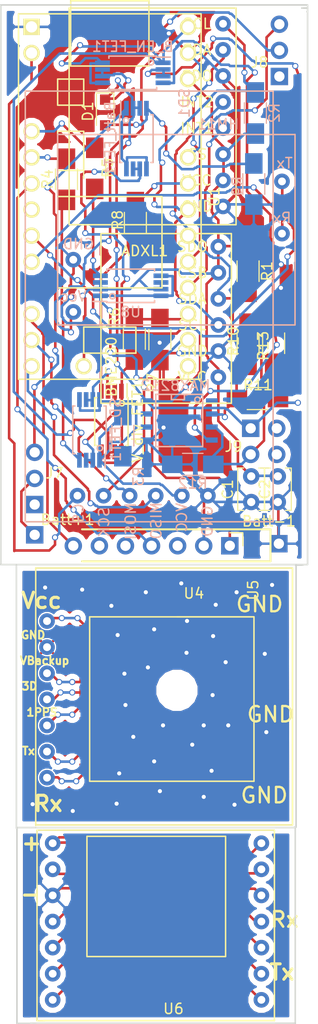
<source format=kicad_pcb>
(kicad_pcb (version 4) (host pcbnew 4.0.6)
  (layers (0 F.Cu signal) (31 B.Cu signal) (34 B.Paste user hide) (35 F.Paste user hide) (36 B.SilkS user hide) (37 F.SilkS user) (38 B.Mask user hide) (39 F.Mask user hide) (44 Edge.Cuts user))
  (net 0 "")
  (net 1 +3V3)
  (net 2 GND)
  (net 3 "Net-(U1-Pad20)")
  (net 4 "Net-(U1-Pad7)")
  (net 5 "Net-(U4-Pad5)")
  (net 6 "Net-(U4-Pad6)")
  (net 7 "Net-(U4-Pad4)")
  (net 8 "Net-(U4-Pad10)")
  (net 9 "Net-(U4-Pad1)")
  (net 10 "Net-(U4-Pad9)")
  (net 11 "Net-(U5-Pad3)")
  (net 12 "Net-(U5-Pad5)")
  (net 13 "Net-(U6-Pad11)")
  (net 14 "Net-(U6-Pad13)")
  (net 15 "Net-(U6-Pad14)")
  (net 16 "Net-(U6-Pad15)")
  (net 17 "Net-(U6-Pad16)")
  (net 18 "Net-(U6-Pad1)")
  (net 19 "Net-(U6-Pad3)")
  (net 20 "Net-(U6-Pad10)")
  (net 21 "Net-(R3-Pad1)")
  (net 22 "Net-(R4-Pad1)")
  (net 23 "Net-(R4-Pad2)")
  (net 24 "Net-(R5-Pad1)")
  (net 25 "Net-(R5-Pad2)")
  (net 26 "Net-(U5-Pad1)")
  (net 27 "Net-(U6-Pad9)")
  (net 28 "Net-(U6-Pad12)")
  (net 29 "Net-(U6-Pad2)")
  (net 30 "Net-(U6-Pad4)")
  (net 31 "Net-(R6-Pad2)")
  (net 32 "Net-(U6-Pad5)")
  (net 33 "Net-(U6-Pad6)")
  (net 34 "Net-(U6-Pad7)")
  (net 35 +BATT)
  (net 36 "Net-(J8-Pad1)")
  (net 37 "Net-(J8-Pad3)")
  (net 38 "Net-(R6-Pad1)")
  (net 39 "Net-(R8-Pad1)")
  (net 40 "Net-(R8-Pad2)")
  (net 41 "Net-(ADXL1-Pad4)")
  (net 42 "Net-(ADXL1-Pad5)")
  (net 43 "Net-(ADXL1-Pad7)")
  (net 44 "Net-(ADXL1-Pad8)")
  (net 45 "Net-(HM11-Pad9)")
  (net 46 "Net-(HM11-Pad2)")
  (net 47 "Net-(HM11-Pad4)")
  (net 48 "Net-(J9-Pad2)")
  (net 49 "Net-(J9-Pad3)")
  (net 50 "Net-(J9-Pad4)")
  (net 51 "Net-(Batt_FET1-Pad1)")
  (net 52 "Net-(Batt_FET1-Pad4)")
  (net 53 "Net-(B_EN_FET1-Pad2)")
  (net 54 "Net-(B_EN_FET1-Pad4)")
  (net 55 "Net-(MAX8212-Pad2)")
  (net 56 "Net-(SD1-Pad6)")
  (net 57 "Net-(SD1-Pad5)")
  (net 58 "Net-(SD1-Pad4)")
  (net 59 "Net-(SD1-Pad3)")
  (net 60 "Net-(U4-Pad11)")
  (net 61 "Net-(Batt+1-Pad1)")
  (net 62 "Net-(J7-Pad1)")
  (net 63 "Net-(B_EN_FET1-Pad6)")
  (net 64 "Net-(U1-Pad12)")
  (net 65 "Net-(U1-Pad11)")
  (net 66 "Net-(U1-Pad8)")
  (module EbayParts:ADXL345_Breakout (layer F.Cu) (at 144.2212 32.7152 180)
    (fp_text reference ADXL1 (at 8.89 -23.63 180) (layer F.SilkS))
    (fp_text value ADXL345_Breakout)
    (fp_text user SCL (at 3.81 -1.524 180) (layer F.SilkS))
    (fp_text user SDA (at 3.81 -4.064 180) (layer F.SilkS))
    (fp_text user SDO (at 3.81 -6.604 180) (layer F.SilkS))
    (fp_text user INT2 (at 3.81 -9.144 180) (layer F.SilkS))
    (fp_text user INT1 (at 3.81 -11.684 360) (layer F.SilkS))
    (fp_text user CS (at 3.81 -14.224 180) (layer F.SilkS))
    (fp_text user VCC (at 3.81 -16.764 180) (layer F.SilkS))
    (fp_text user GND (at 3.81 -19.304 180) (layer F.SilkS))
    (pad 1 thru_hole circle (at 1.27 -19.304 180) (size 1.524 1.524) (drill 0.762) (layers *.Cu *.Mask) (net 2 GND))
    (pad 2 thru_hole circle (at 1.27 -16.764 180) (size 1.524 1.524) (drill 0.762) (layers *.Cu *.Mask) (net 1 +3V3))
    (pad 3 thru_hole circle (at 1.27 -14.224 180) (size 1.524 1.524) (drill 0.762) (layers *.Cu *.Mask) (net 1 +3V3))
    (pad 4 thru_hole circle (at 1.27 -11.684 180) (size 1.524 1.524) (drill 0.762) (layers *.Cu *.Mask) (net 41 "Net-(ADXL1-Pad4)"))
    (pad 5 thru_hole circle (at 1.27 -9.144 180) (size 1.524 1.524) (drill 0.762) (layers *.Cu *.Mask) (net 42 "Net-(ADXL1-Pad5)"))
    (pad 6 thru_hole circle (at 1.27 -6.604 180) (size 1.524 1.524) (drill 0.762) (layers *.Cu *.Mask) (net 2 GND))
    (pad 7 thru_hole circle (at 1.27 -4.064 180) (size 1.524 1.524) (drill 0.762) (layers *.Cu *.Mask) (net 43 "Net-(ADXL1-Pad7)"))
    (pad 8 thru_hole circle (at 1.27 -1.524 180) (size 1.524 1.524) (drill 0.762) (layers *.Cu *.Mask) (net 44 "Net-(ADXL1-Pad8)"))
  )
  (module Resistors_SMD:R_1206_HandSoldering (layer F.Cu) (at 134.4168 53.594 90)
    (fp_text reference R8 (at 0.254 -1.7272 90) (layer F.SilkS))
    (fp_text value 10k)
    (pad 1 smd rect (at -2 0 90) (size 2 1.7) (layers F.Cu F.Paste F.Mask) (net 39 "Net-(R8-Pad1)"))
    (pad 2 smd rect (at 2 0 90) (size 2 1.7) (layers F.Cu F.Paste F.Mask) (net 40 "Net-(R8-Pad2)"))
  )
  (module Resistors_SMD:R_1206_HandSoldering (layer B.Cu) (at 145.9484 49.8348 90)
    (fp_text reference R9 (at -0.2032 -1.5748 90) (layer B.SilkS) (effects (justify mirror)))
    (fp_text value 100k)
    (pad 1 smd rect (at -2 0 90) (size 2 1.7) (layers B.Cu B.Paste B.Mask) (net 2 GND))
    (pad 2 smd rect (at 2 0 90) (size 2 1.7) (layers B.Cu B.Paste B.Mask) (net 52 "Net-(Batt_FET1-Pad4)"))
  )
  (module Capacitors_THT:C_Rect_L4.0mm_W2.5mm_P2.50mm (layer F.Cu) (at 145.6944 78.2828 270)
    (fp_text reference C1 (at 1.27 2.286 270) (layer F.SilkS))
    (fp_text value C)
    (pad 1 thru_hole circle (at 0 0 270) (size 1.6 1.6) (drill 0.8) (layers *.Cu *.Mask) (net 1 +3V3))
    (pad 2 thru_hole circle (at 2.5 0 270) (size 1.6 1.6) (drill 0.8) (layers *.Cu *.Mask) (net 2 GND))
  )
  (module Capacitors_THT:C_Rect_L4.0mm_W2.5mm_P2.50mm (layer F.Cu) (at 148.2852 78.2828 270)
    (fp_text reference C2 (at 1.27 1.27 270) (layer F.SilkS))
    (fp_text value C)
    (pad 1 thru_hole circle (at 0 0 270) (size 1.6 1.6) (drill 0.8) (layers *.Cu *.Mask) (net 1 +3V3))
    (pad 2 thru_hole circle (at 2.5 0 270) (size 1.6 1.6) (drill 0.8) (layers *.Cu *.Mask) (net 2 GND))
  )
  (module Resistors_SMD:R_1206_HandSoldering (layer F.Cu) (at 145.3896 58.3184 270)
    (fp_text reference R1 (at 0 -1.85 270) (layer F.SilkS))
    (fp_text value R)
    (pad 1 smd rect (at -2 0 270) (size 2 1.7) (layers F.Cu F.Paste F.Mask) (net 1 +3V3))
    (pad 2 smd rect (at 2 0 270) (size 2 1.7) (layers F.Cu F.Paste F.Mask) (net 43 "Net-(ADXL1-Pad7)"))
  )
  (module Resistors_SMD:R_1206_HandSoldering (layer B.Cu) (at 146.1008 42.926 90)
    (fp_text reference R2 (at 0 1.85 90) (layer B.SilkS) (effects (justify mirror)))
    (fp_text value R)
    (pad 1 smd rect (at -2 0 90) (size 2 1.7) (layers B.Cu B.Paste B.Mask) (net 1 +3V3))
    (pad 2 smd rect (at 2 0 90) (size 2 1.7) (layers B.Cu B.Paste B.Mask) (net 44 "Net-(ADXL1-Pad8)"))
  )
  (module Resistors_SMD:R_1206_HandSoldering (layer B.Cu) (at 133.1976 74.3204 270)
    (fp_text reference R3 (at 3.9624 -1.524 270) (layer B.SilkS) (effects (justify mirror)))
    (fp_text value R_Small)
    (pad 1 smd rect (at -2 0 270) (size 2 1.7) (layers B.Cu B.Paste B.Mask) (net 21 "Net-(R3-Pad1)"))
    (pad 2 smd rect (at 2 0 270) (size 2 1.7) (layers B.Cu B.Paste B.Mask) (net 2 GND))
  )
  (module Resistors_SMD:R_1206_HandSoldering (layer F.Cu) (at 127.7112 49.3776 90)
    (fp_text reference R4 (at 0 -1.85 90) (layer F.SilkS))
    (fp_text value R_Small)
    (pad 1 smd rect (at -2 0 90) (size 2 1.7) (layers F.Cu F.Paste F.Mask) (net 22 "Net-(R4-Pad1)"))
    (pad 2 smd rect (at 2 0 90) (size 2 1.7) (layers F.Cu F.Paste F.Mask) (net 23 "Net-(R4-Pad2)"))
  )
  (module Resistors_SMD:R_1206_HandSoldering (layer F.Cu) (at 130.4544 48.3108 90)
    (fp_text reference R5 (at 0.0508 1.27 90) (layer F.SilkS))
    (fp_text value R_Small)
    (pad 1 smd rect (at -2 0 90) (size 2 1.7) (layers F.Cu F.Paste F.Mask) (net 24 "Net-(R5-Pad1)"))
    (pad 2 smd rect (at 2 0 90) (size 2 1.7) (layers F.Cu F.Paste F.Mask) (net 25 "Net-(R5-Pad2)"))
  )
  (module Resistors_SMD:R_1206_HandSoldering (layer F.Cu) (at 134.3152 64.9224 270)
    (fp_text reference R6 (at -2.1336 1.9304 270) (layer F.SilkS))
    (fp_text value R)
    (pad 1 smd rect (at -2 0 270) (size 2 1.7) (layers F.Cu F.Paste F.Mask) (net 38 "Net-(R6-Pad1)"))
    (pad 2 smd rect (at 2 0 270) (size 2 1.7) (layers F.Cu F.Paste F.Mask) (net 31 "Net-(R6-Pad2)"))
  )
  (module Resistors_SMD:R_1206_HandSoldering (layer F.Cu) (at 136.8044 64.9732 270)
    (fp_text reference R7 (at 4.2164 0.7112 270) (layer F.SilkS))
    (fp_text value R)
    (pad 1 smd rect (at -2 0 270) (size 2 1.7) (layers F.Cu F.Paste F.Mask) (net 38 "Net-(R6-Pad1)"))
    (pad 2 smd rect (at 2 0 270) (size 2 1.7) (layers F.Cu F.Paste F.Mask) (net 2 GND))
  )
  (module Diodes_SMD:D_SOD-323_HandSoldering (layer F.Cu) (at 131.4704 42.8752 270)
    (fp_text reference D1 (at -0.1016 1.6764 270) (layer F.SilkS))
    (fp_text value D_Schottky)
    (pad 1 smd rect (at -1.25 0 270) (size 1 1) (layers F.Cu F.Paste F.Mask) (net 63 "Net-(B_EN_FET1-Pad6)"))
    (pad 2 smd rect (at 1.25 0 270) (size 1 1) (layers F.Cu F.Paste F.Mask) (net 52 "Net-(Batt_FET1-Pad4)"))
  )
  (module Resistors_SMD:R_1206_HandSoldering (layer F.Cu) (at 145.3896 65.4304 270)
    (fp_text reference R10 (at -0.3048 1.4224 270) (layer F.SilkS))
    (fp_text value 1M)
    (pad 1 smd rect (at -2 0 270) (size 2 1.7) (layers F.Cu F.Paste F.Mask) (net 49 "Net-(J9-Pad3)"))
    (pad 2 smd rect (at 2 0 270) (size 2 1.7) (layers F.Cu F.Paste F.Mask) (net 55 "Net-(MAX8212-Pad2)"))
  )
  (module Resistors_SMD:R_1206_HandSoldering (layer F.Cu) (at 146.304 70.7136)
    (fp_text reference R11 (at 0.0508 -1.3208) (layer F.SilkS))
    (fp_text value 1M)
    (pad 1 smd rect (at -2 0) (size 2 1.7) (layers F.Cu F.Paste F.Mask) (net 55 "Net-(MAX8212-Pad2)"))
    (pad 2 smd rect (at 2 0) (size 2 1.7) (layers F.Cu F.Paste F.Mask) (net 63 "Net-(B_EN_FET1-Pad6)"))
  )
  (module Resistors_SMD:R_1206_HandSoldering (layer B.Cu) (at 140.0048 77.1144)
    (fp_text reference R12 (at 0 1.85) (layer B.SilkS) (effects (justify mirror)))
    (fp_text value 1M)
    (pad 1 smd rect (at -2 0) (size 2 1.7) (layers B.Cu B.Paste B.Mask) (net 2 GND))
    (pad 2 smd rect (at 2 0) (size 2 1.7) (layers B.Cu B.Paste B.Mask) (net 49 "Net-(J9-Pad3)"))
  )
  (module Resistors_SMD:R_1206_HandSoldering (layer F.Cu) (at 147.8788 65.3288 270)
    (fp_text reference R13 (at 0.254 1.016 270) (layer F.SilkS))
    (fp_text value 1M)
    (pad 1 smd rect (at -2 0 270) (size 2 1.7) (layers F.Cu F.Paste F.Mask) (net 54 "Net-(B_EN_FET1-Pad4)"))
    (pad 2 smd rect (at 2 0 270) (size 2 1.7) (layers F.Cu F.Paste F.Mask) (net 53 "Net-(B_EN_FET1-Pad2)"))
  )
  (module EbayParts:SOIC-8-N (layer B.Cu) (at 138.684 72.8472 270)
    (fp_text reference MAX8212 (at -3.4036 0.3556 360) (layer B.SilkS) (effects (justify mirror)))
    (fp_text value MAX8212)
    (pad 8 smd rect (at -1.905 3.175 270) (size 0.508 1.143) (layers B.Cu B.Paste B.Mask) (net 63 "Net-(B_EN_FET1-Pad6)"))
    (pad 7 smd rect (at -0.635 3.175 270) (size 0.508 1.143) (layers B.Cu B.Paste B.Mask))
    (pad 6 smd rect (at 0.635 3.175 270) (size 0.508 1.143) (layers B.Cu B.Paste B.Mask))
    (pad 5 smd rect (at 1.905 3.175 270) (size 0.508 1.143) (layers B.Cu B.Paste B.Mask) (net 2 GND))
    (pad 4 smd rect (at 1.905 -3.175 270) (size 0.508 1.143) (layers B.Cu B.Paste B.Mask) (net 54 "Net-(B_EN_FET1-Pad4)"))
    (pad 3 smd rect (at 0.635 -3.175 270) (size 0.508 1.143) (layers B.Cu B.Paste B.Mask) (net 49 "Net-(J9-Pad3)"))
    (pad 2 smd rect (at -0.635 -3.175 270) (size 0.508 1.143) (layers B.Cu B.Paste B.Mask) (net 55 "Net-(MAX8212-Pad2)"))
    (pad 1 smd rect (at -1.905 -3.175 270) (size 0.508 1.143) (layers B.Cu B.Paste B.Mask))
  )
  (module EbayParts:HM-11_BreakConns (layer B.Cu) (at 149.9616 63.5508 180)
    (fp_text reference HM11 (at 7.5 19.532 180) (layer B.SilkS) (effects (justify mirror)))
    (fp_text value HM-11_BreakConns)
    (fp_text user Vcc (at 21.59 2.794 180) (layer B.SilkS) (effects (justify mirror)))
    (fp_text user GND (at 21.082 7.874 180) (layer B.SilkS) (effects (justify mirror)))
    (fp_text user Rx (at 1.27 10.414 180) (layer B.SilkS) (effects (justify mirror)))
    (fp_text user Tx (at 1.016 15.748 180) (layer B.SilkS) (effects (justify mirror)))
    (pad 9 thru_hole circle (at 21.59 1.27 180) (size 1.524 1.524) (drill 0.762) (layers *.Cu *.Mask) (net 45 "Net-(HM11-Pad9)"))
    (pad 12 thru_hole circle (at 21.59 6.35 180) (size 1.524 1.524) (drill 0.762) (layers *.Cu *.Mask) (net 2 GND))
    (pad 2 thru_hole circle (at 1.27 13.97 180) (size 1.524 1.524) (drill 0.762) (layers *.Cu *.Mask) (net 46 "Net-(HM11-Pad2)"))
    (pad 4 thru_hole circle (at 1.27 8.89 180) (size 1.524 1.524) (drill 0.762) (layers *.Cu *.Mask) (net 47 "Net-(HM11-Pad4)"))
  )
  (module EbayParts:GNS601_Breakout (layer F.Cu) (at 124.714 112.2045)
    (fp_text reference U4 (at 15.4 -22.53) (layer F.SilkS))
    (fp_text value GNS601_Breakout)
    (pad 10 thru_hole circle (at 1.1 -4.6) (size 1.524 1.524) (drill 0.762) (layers F.Cu F.Paste F.Mask) (net 8 "Net-(U4-Pad10)"))
    (pad 1 thru_hole circle (at 1.1 -19.84) (size 1.524 1.524) (drill 0.762) (layers F.Cu F.Mask) (net 9 "Net-(U4-Pad1)"))
    (pad 9 thru_hole circle (at 1.1 -7.14) (size 1.524 1.524) (drill 0.762) (layers F.Cu F.Paste F.Mask) (net 10 "Net-(U4-Pad9)"))
    (pad 6 thru_hole circle (at 1.1 -9.68) (size 1.524 1.524) (drill 0.762) (layers F.Cu F.Paste F.Mask) (net 6 "Net-(U4-Pad6)"))
    (pad 4 thru_hole circle (at 1.1 -14.76) (size 1.524 1.524) (drill 0.762) (layers F.Cu F.Paste F.Mask) (net 7 "Net-(U4-Pad4)"))
    (pad 5 thru_hole circle (at 1.1 -12.22) (size 1.524 1.524) (drill 0.762) (layers F.Cu F.Paste F.Mask) (net 5 "Net-(U4-Pad5)"))
    (pad 11 smd rect (at 21.25 -5.97) (size 2 1) (layers F.Cu F.Paste F.Mask) (net 60 "Net-(U4-Pad11)"))
    (pad 12 smd rect (at 21.25 -13.47) (size 2 1) (layers F.Cu F.Paste F.Mask) (net 60 "Net-(U4-Pad11)"))
    (pad 13 smd rect (at 21.25 -18.97) (size 2 1) (layers F.Cu F.Paste F.Mask) (net 60 "Net-(U4-Pad11)"))
    (pad 8 smd rect (at 5.25 -8.47) (size 2 1) (layers F.Cu F.Paste F.Mask) (net 60 "Net-(U4-Pad11)"))
    (pad 7 smd rect (at 5.25 -9.97) (size 2 1) (layers F.Cu F.Paste F.Mask))
    (pad 6 smd rect (at 5.25 -11.47) (size 2 1) (layers F.Cu F.Paste F.Mask) (net 6 "Net-(U4-Pad6)"))
    (pad 9 smd rect (at 5.25 -6.97) (size 2 1) (layers F.Cu F.Paste F.Mask) (net 10 "Net-(U4-Pad9)"))
    (pad 10 smd rect (at 5.25 -5.47) (size 2 1) (layers F.Cu F.Paste F.Mask) (net 8 "Net-(U4-Pad10)"))
    (pad 5 smd rect (at 5.25 -12.97) (size 2 1) (layers F.Cu F.Paste F.Mask) (net 5 "Net-(U4-Pad5)"))
    (pad 4 smd rect (at 5.25 -14.47) (size 2 1) (layers F.Cu F.Paste F.Mask) (net 7 "Net-(U4-Pad4)"))
    (pad 1 smd rect (at 5.25 -18.97) (size 2 1) (layers F.Cu F.Paste F.Mask) (net 9 "Net-(U4-Pad1)"))
    (pad 2 smd rect (at 5.25 -17.47) (size 2 1) (layers F.Cu F.Paste F.Mask))
    (pad 3 smd rect (at 5.25 -15.97) (size 2 1) (layers F.Cu F.Paste F.Mask) (net 60 "Net-(U4-Pad11)"))
    (pad "" np_thru_hole circle (at 13.75 -13.1) (size 3 3) (drill 3) (layers *.Cu *.Mask))
    (pad 3 thru_hole circle (at 1.1 -17.3) (size 1.524 1.524) (drill 0.762) (layers F.Cu F.Paste F.Mask) (net 60 "Net-(U4-Pad11)"))
  )
  (module EbayParts:HM-11_Breakout (layer F.Cu) (at 147.955 112.7125 180)
    (fp_text reference U6 (at 9.8298 -17.3863 180) (layer F.SilkS))
    (fp_text value HM-11)
    (pad 9 thru_hole circle (at 21.59 -1.27 180) (size 1.524 1.524) (drill 0.762) (layers *.Cu *.Mask) (net 27 "Net-(U6-Pad9)"))
    (pad 11 thru_hole circle (at 21.59 -3.81 180) (size 1.524 1.524) (drill 0.762) (layers *.Cu *.Mask) (net 13 "Net-(U6-Pad11)"))
    (pad 12 thru_hole circle (at 21.59 -6.35 180) (size 1.524 1.524) (drill 0.762) (layers *.Cu *.Mask) (net 28 "Net-(U6-Pad12)"))
    (pad 13 thru_hole circle (at 21.59 -8.89 180) (size 1.524 1.524) (drill 0.762) (layers *.Cu *.Mask) (net 14 "Net-(U6-Pad13)"))
    (pad 14 thru_hole circle (at 21.59 -11.43 180) (size 1.524 1.524) (drill 0.762) (layers *.Cu *.Mask) (net 15 "Net-(U6-Pad14)"))
    (pad 15 thru_hole circle (at 21.59 -13.97 180) (size 1.524 1.524) (drill 0.762) (layers *.Cu *.Mask) (net 16 "Net-(U6-Pad15)"))
    (pad 16 thru_hole circle (at 21.59 -16.51 180) (size 1.524 1.524) (drill 0.762) (layers *.Cu *.Mask) (net 17 "Net-(U6-Pad16)"))
    (pad 1 thru_hole circle (at 1.27 -16.51 180) (size 1.524 1.524) (drill 0.762) (layers *.Cu *.Mask) (net 18 "Net-(U6-Pad1)"))
    (pad 2 thru_hole circle (at 1.27 -13.97 180) (size 1.524 1.524) (drill 0.762) (layers *.Cu *.Mask) (net 29 "Net-(U6-Pad2)"))
    (pad 3 thru_hole circle (at 1.27 -11.43 180) (size 1.524 1.524) (drill 0.762) (layers *.Cu *.Mask) (net 19 "Net-(U6-Pad3)"))
    (pad 4 thru_hole circle (at 1.27 -8.89 180) (size 1.524 1.524) (drill 0.762) (layers *.Cu *.Mask) (net 30 "Net-(U6-Pad4)"))
    (pad 5 thru_hole circle (at 1.27 -6.35 180) (size 1.524 1.524) (drill 0.762) (layers *.Cu *.Mask) (net 32 "Net-(U6-Pad5)"))
    (pad 6 thru_hole circle (at 1.27 -3.81 180) (size 1.524 1.524) (drill 0.762) (layers *.Cu *.Mask) (net 33 "Net-(U6-Pad6)"))
    (pad 8 smd rect (at 4.454 -1.2 180) (size 2.4 0.9) (layers F.Cu F.Paste F.Mask))
    (pad 7 smd rect (at 4.454 -2.7 180) (size 2.4 0.9) (layers F.Cu F.Paste F.Mask) (net 34 "Net-(U6-Pad7)"))
    (pad 6 smd rect (at 4.454 -4.2 180) (size 2.4 0.9) (layers F.Cu F.Paste F.Mask) (net 33 "Net-(U6-Pad6)"))
    (pad 5 smd rect (at 4.454 -5.7 180) (size 2.4 0.9) (layers F.Cu F.Paste F.Mask) (net 32 "Net-(U6-Pad5)"))
    (pad 4 smd rect (at 4.454 -7.2 180) (size 2.4 0.9) (layers F.Cu F.Paste F.Mask) (net 30 "Net-(U6-Pad4)"))
    (pad 3 smd rect (at 4.454 -8.7 180) (size 2.4 0.9) (layers F.Cu F.Paste F.Mask) (net 19 "Net-(U6-Pad3)"))
    (pad 2 smd rect (at 4.454 -10.2 180) (size 2.4 0.9) (layers F.Cu F.Paste F.Mask) (net 29 "Net-(U6-Pad2)"))
    (pad 1 smd rect (at 4.454 -11.7 180) (size 2.4 0.9) (layers F.Cu F.Paste F.Mask) (net 18 "Net-(U6-Pad1)"))
    (pad 16 smd rect (at 18.554 -11.7 180) (size 2.4 0.9) (layers F.Cu F.Paste F.Mask) (net 17 "Net-(U6-Pad16)"))
    (pad 15 smd rect (at 18.554 -10.2 180) (size 2.4 0.9) (layers F.Cu F.Paste F.Mask) (net 16 "Net-(U6-Pad15)"))
    (pad 14 smd rect (at 18.554 -8.7 180) (size 2.4 0.9) (layers F.Cu F.Paste F.Mask) (net 15 "Net-(U6-Pad14)"))
    (pad 13 smd rect (at 18.554 -7.2 180) (size 2.4 0.9) (layers F.Cu F.Paste F.Mask) (net 14 "Net-(U6-Pad13)"))
    (pad 12 smd rect (at 18.554 -5.7 180) (size 2.4 0.9) (layers F.Cu F.Paste F.Mask) (net 28 "Net-(U6-Pad12)"))
    (pad 11 smd rect (at 18.554 -4.2 180) (size 2.4 0.9) (layers F.Cu F.Paste F.Mask) (net 13 "Net-(U6-Pad11)"))
    (pad 10 smd rect (at 18.554 -2.7 180) (size 2.4 0.9) (layers F.Cu F.Paste F.Mask) (net 20 "Net-(U6-Pad10)"))
    (pad 7 thru_hole circle (at 1.27 -1.27 180) (size 1.524 1.524) (drill 0.762) (layers *.Cu *.Mask) (net 34 "Net-(U6-Pad7)"))
    (pad 9 smd rect (at 18.554 -1.2 180) (size 2.4 0.9) (layers F.Cu F.Paste F.Mask) (net 27 "Net-(U6-Pad9)"))
  )
  (module EbayParts:Pin_Header_1x03_Pitch2.54mm (layer F.Cu) (at 124.6124 81.026 180)
    (fp_text reference J7 (at -1.9304 3.048 180) (layer F.SilkS))
    (fp_text value BattSwitch)
    (pad 1 thru_hole rect (at 0 0 180) (size 1.7 1.7) (drill 1) (layers *.Cu *.Mask) (net 62 "Net-(J7-Pad1)"))
    (pad 2 thru_hole oval (at 0 2.54 180) (size 1.7 1.7) (drill 1) (layers *.Cu *.Mask) (net 61 "Net-(Batt+1-Pad1)"))
    (pad 3 thru_hole oval (at 0 5.08 180) (size 1.7 1.7) (drill 1) (layers *.Cu *.Mask) (net 51 "Net-(Batt_FET1-Pad1)"))
  )
  (module EbayParts:Pin_Header_1x03_Pitch2.54mm (layer F.Cu) (at 148.4376 39.37 180)
    (fp_text reference J8 (at 1.9304 1.3716 180) (layer F.SilkS))
    (fp_text value HM11Switch)
    (pad 1 thru_hole rect (at 0 0 180) (size 1.7 1.7) (drill 1) (layers *.Cu *.Mask) (net 36 "Net-(J8-Pad1)"))
    (pad 2 thru_hole oval (at 0 2.54 180) (size 1.7 1.7) (drill 1) (layers *.Cu *.Mask) (net 45 "Net-(HM11-Pad9)"))
    (pad 3 thru_hole oval (at 0 5.08 180) (size 1.7 1.7) (drill 1) (layers *.Cu *.Mask) (net 37 "Net-(J8-Pad3)"))
  )
  (module EbayParts:Pin_Header_Angled_2x02_Pitch2.54mm (layer F.Cu) (at 145.6436 73.6092)
    (fp_text reference J9 (at -1.6764 1.778) (layer F.SilkS))
    (fp_text value CONN_02X02)
    (pad 1 thru_hole rect (at 0 0) (size 1.7 1.7) (drill 1) (layers *.Cu *.Mask) (net 63 "Net-(B_EN_FET1-Pad6)"))
    (pad 2 thru_hole oval (at 2.54 0) (size 1.7 1.7) (drill 1) (layers *.Cu *.Mask) (net 48 "Net-(J9-Pad2)"))
    (pad 3 thru_hole oval (at 0 2.54) (size 1.7 1.7) (drill 1) (layers *.Cu *.Mask) (net 49 "Net-(J9-Pad3)"))
    (pad 4 thru_hole oval (at 2.54 2.54) (size 1.7 1.7) (drill 1) (layers *.Cu *.Mask) (net 50 "Net-(J9-Pad4)"))
  )
  (module EbayParts:BME280_Breakout (layer F.Cu) (at 131.064 71.1708)
    (fp_text reference BME280 (at 1.016 -3.556 90) (layer F.SilkS))
    (fp_text value BME280_Breakout)
    (fp_text user VCC (at 8.89 -2.54) (layer F.SilkS))
    (fp_text user GND (at 8.89 -5.08) (layer F.SilkS))
    (fp_text user SCL (at 8.89 -7.62) (layer F.SilkS))
    (fp_text user SDA (at 8.89 -10.16) (layer F.SilkS))
    (fp_text user CSB (at 8.89 -12.7) (layer F.SilkS))
    (fp_text user SDO (at 8.89 -15.24) (layer F.SilkS))
    (pad 1 thru_hole circle (at 11.43 -15.24) (size 1.524 1.524) (drill 0.762) (layers *.Cu *.Mask) (net 1 +3V3))
    (pad 2 thru_hole circle (at 11.43 -12.7) (size 1.524 1.524) (drill 0.762) (layers *.Cu *.Mask) (net 1 +3V3))
    (pad 3 thru_hole circle (at 11.43 -10.16) (size 1.524 1.524) (drill 0.762) (layers *.Cu *.Mask) (net 43 "Net-(ADXL1-Pad7)"))
    (pad 4 thru_hole circle (at 11.43 -7.62) (size 1.524 1.524) (drill 0.762) (layers *.Cu *.Mask) (net 44 "Net-(ADXL1-Pad8)"))
    (pad 5 thru_hole circle (at 11.43 -5.08) (size 1.524 1.524) (drill 0.762) (layers *.Cu *.Mask) (net 2 GND))
    (pad 6 thru_hole circle (at 11.43 -2.54) (size 1.524 1.524) (drill 0.762) (layers *.Cu *.Mask) (net 1 +3V3))
  )
  (module EbayParts:SDCard_Breakout (layer B.Cu) (at 147.828 40.7924 270)
    (fp_text reference SD1 (at 1.1684 8.636 270) (layer B.SilkS) (effects (justify mirror)))
    (fp_text value SDCard_Breakout)
    (fp_text user GND (at 41.8592 6.4008 270) (layer B.SilkS) (effects (justify mirror)))
    (fp_text user VCC (at 41.5036 8.89 270) (layer B.SilkS) (effects (justify mirror)))
    (fp_text user MISO (at 41.8084 11.3792 270) (layer B.SilkS) (effects (justify mirror)))
    (fp_text user MOSI (at 41.8592 13.8684 270) (layer B.SilkS) (effects (justify mirror)))
    (fp_text user SCK (at 41.9608 16.4592 270) (layer B.SilkS) (effects (justify mirror)))
    (fp_text user CS (at 41.0972 18.9484 270) (layer B.SilkS) (effects (justify mirror)))
    (pad 6 thru_hole circle (at 39.37 19.05 270) (size 1.524 1.524) (drill 0.762) (layers *.Cu *.Mask) (net 56 "Net-(SD1-Pad6)"))
    (pad 5 thru_hole circle (at 39.37 16.51 270) (size 1.524 1.524) (drill 0.762) (layers *.Cu *.Mask) (net 57 "Net-(SD1-Pad5)"))
    (pad 4 thru_hole circle (at 39.37 13.97 270) (size 1.524 1.524) (drill 0.762) (layers *.Cu *.Mask) (net 58 "Net-(SD1-Pad4)"))
    (pad 3 thru_hole circle (at 39.37 11.43 270) (size 1.524 1.524) (drill 0.762) (layers *.Cu *.Mask) (net 59 "Net-(SD1-Pad3)"))
    (pad 2 thru_hole circle (at 39.37 8.89 270) (size 1.524 1.524) (drill 0.762) (layers *.Cu *.Mask) (net 21 "Net-(R3-Pad1)"))
    (pad 1 thru_hole circle (at 39.37 6.35 270) (size 1.524 1.524) (drill 0.762) (layers *.Cu *.Mask) (net 2 GND))
  )
  (module EbayParts:Pin_Header_1x01_Pitch2.54mm (layer F.Cu) (at 124.6124 83.9724)
    (fp_text reference Batt+1 (at 3.2004 -1.4732) (layer F.SilkS))
    (fp_text value +Batt)
    (pad 1 thru_hole rect (at 0 0) (size 1.7 1.7) (drill 1) (layers *.Cu *.Mask) (net 61 "Net-(Batt+1-Pad1)"))
  )
  (module EbayParts:Pin_Header_1x01_Pitch2.54mm (layer F.Cu) (at 148.3868 84.836)
    (fp_text reference Batt-1 (at -0.9652 -2.1844) (layer F.SilkS))
    (fp_text value -Batt)
    (pad 1 thru_hole rect (at 0 0) (size 1.7 1.7) (drill 1) (layers *.Cu *.Mask) (net 2 GND))
  )
  (module EbayParts:Pin_Header_Angled_1x07_Pitch2.54mm (layer F.Cu) (at 143.6116 85.0392 270)
    (fp_text reference U5 (at 4.315 -2.27 270) (layer F.SilkS))
    (fp_text value "GPS Connector")
    (pad 1 thru_hole rect (at 0 0 270) (size 1.7 1.7) (drill 1) (layers *.Cu *.Mask) (net 26 "Net-(U5-Pad1)"))
    (pad 2 thru_hole oval (at 0 2.54 270) (size 1.7 1.7) (drill 1) (layers *.Cu *.Mask) (net 2 GND))
    (pad 3 thru_hole oval (at 0 5.08 270) (size 1.7 1.7) (drill 1) (layers *.Cu *.Mask) (net 11 "Net-(U5-Pad3)"))
    (pad 4 thru_hole oval (at 0 7.62 270) (size 1.7 1.7) (drill 1) (layers *.Cu *.Mask) (net 4 "Net-(U1-Pad7)"))
    (pad 5 thru_hole oval (at 0 10.16 270) (size 1.7 1.7) (drill 1) (layers *.Cu *.Mask) (net 12 "Net-(U5-Pad5)"))
    (pad 6 thru_hole oval (at 0 12.7 270) (size 1.7 1.7) (drill 1) (layers *.Cu *.Mask) (net 65 "Net-(U1-Pad11)"))
    (pad 7 thru_hole oval (at 0 15.24 270) (size 1.7 1.7) (drill 1) (layers *.Cu *.Mask) (net 64 "Net-(U1-Pad12)"))
  )
  (module EbayParts:Teensy_LC (layer F.Cu) (at 131.9276 51.054 270)
    (fp_text reference U1 (at 0 -10.16 270) (layer F.SilkS))
    (fp_text value Teensy-LC)
    (pad 8 thru_hole circle (at 1.27 7.62 270) (size 1.6 1.6) (drill 1.1) (layers *.Cu *.Mask F.SilkS) (net 66 "Net-(U1-Pad8)"))
    (pad 2 thru_hole circle (at -13.97 7.62 270) (size 1.6 1.6) (drill 1.1) (layers *.Cu *.Mask F.SilkS) (net 56 "Net-(SD1-Pad6)"))
    (pad 27 thru_hole circle (at -1.27 -7.62 270) (size 1.6 1.6) (drill 1.1) (layers *.Cu *.Mask F.SilkS) (net 40 "Net-(R8-Pad2)"))
    (pad 21 thru_hole circle (at 13.97 -7.62 270) (size 1.6 1.6) (drill 1.1) (layers *.Cu *.Mask F.SilkS) (net 57 "Net-(SD1-Pad5)"))
    (pad 20 thru_hole circle (at 16.51 -7.62 270) (size 1.6 1.6) (drill 1.1) (layers *.Cu *.Mask F.SilkS) (net 3 "Net-(U1-Pad20)"))
    (pad 16 thru_hole circle (at 16.51 2.54 270) (size 1.6 1.6) (drill 1.1) (layers *.Cu *.Mask F.SilkS) (net 1 +3V3))
    (pad 14 thru_hole circle (at 16.51 7.62 270) (size 1.6 1.6) (drill 1.1) (layers *.Cu *.Mask F.SilkS) (net 59 "Net-(SD1-Pad3)"))
    (pad 22 thru_hole circle (at 11.43 -7.62 270) (size 1.6 1.6) (drill 1.1) (layers *.Cu *.Mask F.SilkS) (net 38 "Net-(R6-Pad1)"))
    (pad 23 thru_hole circle (at 8.89 -7.62 270) (size 1.6 1.6) (drill 1.1) (layers *.Cu *.Mask F.SilkS) (net 41 "Net-(ADXL1-Pad4)"))
    (pad 24 thru_hole circle (at 6.35 -7.62 270) (size 1.6 1.6) (drill 1.1) (layers *.Cu *.Mask F.SilkS) (net 42 "Net-(ADXL1-Pad5)"))
    (pad 25 thru_hole circle (at 3.81 -7.62 270) (size 1.6 1.6) (drill 1.1) (layers *.Cu *.Mask F.SilkS) (net 43 "Net-(ADXL1-Pad7)"))
    (pad 26 thru_hole circle (at 1.27 -7.62 270) (size 1.6 1.6) (drill 1.1) (layers *.Cu *.Mask F.SilkS) (net 44 "Net-(ADXL1-Pad8)"))
    (pad 28 thru_hole circle (at -3.81 -7.62 270) (size 1.6 1.6) (drill 1.1) (layers *.Cu *.Mask F.SilkS) (net 37 "Net-(J8-Pad3)"))
    (pad 31 thru_hole circle (at -11.43 -7.62 270) (size 1.6 1.6) (drill 1.1) (layers *.Cu *.Mask F.SilkS) (net 1 +3V3))
    (pad 1 thru_hole circle (at -13.97 -7.62 270) (size 1.6 1.6) (drill 1.1) (layers *.Cu *.Mask F.SilkS) (net 2 GND))
    (pad 33 thru_hole circle (at -16.51 -7.62 270) (size 1.6 1.6) (drill 1.1) (layers *.Cu *.Mask F.SilkS) (net 35 +BATT))
    (pad 13 thru_hole circle (at 13.97 7.62 270) (size 1.6 1.6) (drill 1.1) (layers *.Cu *.Mask F.SilkS) (net 58 "Net-(SD1-Pad4)"))
    (pad 12 thru_hole circle (at 11.43 7.62 270) (size 1.6 1.6) (drill 1.1) (layers *.Cu *.Mask F.SilkS) (net 64 "Net-(U1-Pad12)"))
    (pad 10 thru_hole circle (at 6.35 7.62 270) (size 1.6 1.6) (drill 1.1) (layers *.Cu *.Mask F.SilkS) (net 47 "Net-(HM11-Pad4)"))
    (pad 9 thru_hole circle (at 3.81 7.62 270) (size 1.6 1.6) (drill 1.1) (layers *.Cu *.Mask F.SilkS) (net 46 "Net-(HM11-Pad2)"))
    (pad 7 thru_hole circle (at -1.27 7.62 270) (size 1.6 1.6) (drill 1.1) (layers *.Cu *.Mask F.SilkS) (net 4 "Net-(U1-Pad7)"))
    (pad 6 thru_hole circle (at -3.81 7.62 270) (size 1.6 1.6) (drill 1.1) (layers *.Cu *.Mask F.SilkS) (net 23 "Net-(R4-Pad2)"))
    (pad 5 thru_hole circle (at -6.35 7.62 270) (size 1.6 1.6) (drill 1.1) (layers *.Cu *.Mask F.SilkS) (net 25 "Net-(R5-Pad2)"))
    (pad 1 thru_hole rect (at -16.51 7.62 270) (size 1.6 1.6) (drill 1.1) (layers *.Cu *.Mask F.SilkS) (net 2 GND))
  )
  (module EbayParts:TSSOP-8_4.4x3mm_Pitch0.65mm_custom (layer B.Cu) (at 134.5184 45.4152 270)
    (fp_text reference Batt_FET1 (at 0 2.55 270) (layer B.SilkS) (effects (justify mirror)))
    (fp_text value Batt_EnFDW254p)
    (pad 1 smd rect (at -2.95 0.975 270) (size 1.45 0.45) (layers B.Cu B.Paste B.Mask) (net 51 "Net-(Batt_FET1-Pad1)"))
    (pad 2 smd rect (at -2.95 0.325 270) (size 1.45 0.45) (layers B.Cu B.Paste B.Mask) (net 63 "Net-(B_EN_FET1-Pad6)"))
    (pad 3 smd rect (at -2.95 -0.325 270) (size 1.45 0.45) (layers B.Cu B.Paste B.Mask) (net 63 "Net-(B_EN_FET1-Pad6)"))
    (pad 4 smd rect (at -2.95 -0.975 270) (size 1.45 0.45) (layers B.Cu B.Paste B.Mask) (net 52 "Net-(Batt_FET1-Pad4)"))
    (pad 5 smd rect (at 2.95 -0.975 270) (size 1.45 0.45) (layers B.Cu B.Paste B.Mask) (net 51 "Net-(Batt_FET1-Pad1)"))
    (pad 6 smd rect (at 2.95 -0.325 270) (size 1.45 0.45) (layers B.Cu B.Paste B.Mask) (net 63 "Net-(B_EN_FET1-Pad6)"))
    (pad 7 smd rect (at 2.95 0.325 270) (size 1.45 0.45) (layers B.Cu B.Paste B.Mask) (net 63 "Net-(B_EN_FET1-Pad6)"))
    (pad 8 smd rect (at 2.95 0.975 270) (size 1.45 0.45) (layers B.Cu B.Paste B.Mask) (net 51 "Net-(Batt_FET1-Pad1)"))
  )
  (module EbayParts:TSSOP-8_4.4x3mm_Pitch0.65mm_custom (layer F.Cu) (at 132.08 72.9488 270)
    (fp_text reference V_div_FET1 (at 0 -2.55 270) (layer F.SilkS))
    (fp_text value VDiv_FDW254p)
    (pad 1 smd rect (at -2.95 -0.975 270) (size 1.45 0.45) (layers F.Cu F.Paste F.Mask) (net 31 "Net-(R6-Pad2)"))
    (pad 2 smd rect (at -2.95 -0.325 270) (size 1.45 0.45) (layers F.Cu F.Paste F.Mask) (net 35 +BATT))
    (pad 3 smd rect (at -2.95 0.325 270) (size 1.45 0.45) (layers F.Cu F.Paste F.Mask) (net 35 +BATT))
    (pad 4 smd rect (at -2.95 0.975 270) (size 1.45 0.45) (layers F.Cu F.Paste F.Mask) (net 39 "Net-(R8-Pad1)"))
    (pad 5 smd rect (at 2.95 0.975 270) (size 1.45 0.45) (layers F.Cu F.Paste F.Mask) (net 31 "Net-(R6-Pad2)"))
    (pad 6 smd rect (at 2.95 0.325 270) (size 1.45 0.45) (layers F.Cu F.Paste F.Mask) (net 35 +BATT))
    (pad 7 smd rect (at 2.95 -0.325 270) (size 1.45 0.45) (layers F.Cu F.Paste F.Mask) (net 35 +BATT))
    (pad 8 smd rect (at 2.95 -0.975 270) (size 1.45 0.45) (layers F.Cu F.Paste F.Mask) (net 31 "Net-(R6-Pad2)"))
  )
  (module EbayParts:TSSOP-8_4.4x3mm_Pitch0.65mm_custom (layer B.Cu) (at 134.1628 39.0144 180)
    (fp_text reference B_EN_FET1 (at 0 2.55 180) (layer B.SilkS) (effects (justify mirror)))
    (fp_text value Batt_En_FET)
    (pad 1 smd rect (at -2.95 0.975 180) (size 1.45 0.45) (layers B.Cu B.Paste B.Mask) (net 35 +BATT))
    (pad 2 smd rect (at -2.95 0.325 180) (size 1.45 0.45) (layers B.Cu B.Paste B.Mask) (net 53 "Net-(B_EN_FET1-Pad2)"))
    (pad 3 smd rect (at -2.95 -0.325 180) (size 1.45 0.45) (layers B.Cu B.Paste B.Mask) (net 53 "Net-(B_EN_FET1-Pad2)"))
    (pad 4 smd rect (at -2.95 -0.975 180) (size 1.45 0.45) (layers B.Cu B.Paste B.Mask) (net 54 "Net-(B_EN_FET1-Pad4)"))
    (pad 5 smd rect (at 2.95 -0.975 180) (size 1.45 0.45) (layers B.Cu B.Paste B.Mask) (net 35 +BATT))
    (pad 6 smd rect (at 2.95 -0.325 180) (size 1.45 0.45) (layers B.Cu B.Paste B.Mask) (net 63 "Net-(B_EN_FET1-Pad6)"))
    (pad 7 smd rect (at 2.95 0.325 180) (size 1.45 0.45) (layers B.Cu B.Paste B.Mask) (net 63 "Net-(B_EN_FET1-Pad6)"))
    (pad 8 smd rect (at 2.95 0.975 180) (size 1.45 0.45) (layers B.Cu B.Paste B.Mask) (net 35 +BATT))
  )
  (module EbayParts:TSSOP-8_4.4x3mm_Pitch0.65mm_custom (layer B.Cu) (at 129.9464 73.7616 90)
    (fp_text reference SD_FET1 (at 0 2.55 90) (layer B.SilkS) (effects (justify mirror)))
    (fp_text value SD_EN_FDW254p)
    (pad 1 smd rect (at -2.95 0.975 90) (size 1.45 0.45) (layers B.Cu B.Paste B.Mask) (net 21 "Net-(R3-Pad1)"))
    (pad 2 smd rect (at -2.95 0.325 90) (size 1.45 0.45) (layers B.Cu B.Paste B.Mask) (net 35 +BATT))
    (pad 3 smd rect (at -2.95 -0.325 90) (size 1.45 0.45) (layers B.Cu B.Paste B.Mask) (net 35 +BATT))
    (pad 4 smd rect (at -2.95 -0.975 90) (size 1.45 0.45) (layers B.Cu B.Paste B.Mask) (net 22 "Net-(R4-Pad1)"))
    (pad 5 smd rect (at 2.95 -0.975 90) (size 1.45 0.45) (layers B.Cu B.Paste B.Mask) (net 21 "Net-(R3-Pad1)"))
    (pad 6 smd rect (at 2.95 -0.325 90) (size 1.45 0.45) (layers B.Cu B.Paste B.Mask) (net 35 +BATT))
    (pad 7 smd rect (at 2.95 0.325 90) (size 1.45 0.45) (layers B.Cu B.Paste B.Mask) (net 35 +BATT))
    (pad 8 smd rect (at 2.95 0.975 90) (size 1.45 0.45) (layers B.Cu B.Paste B.Mask) (net 21 "Net-(R3-Pad1)"))
  )
  (module EbayParts:TSSOP-8_4.4x3mm_Pitch0.65mm_custom (layer B.Cu) (at 133.9596 59.7408)
    (fp_text reference U8 (at 0 2.55) (layer B.SilkS) (effects (justify mirror)))
    (fp_text value GPS_FDW254p)
    (pad 1 smd rect (at -2.95 0.975) (size 1.45 0.45) (layers B.Cu B.Paste B.Mask) (net 26 "Net-(U5-Pad1)"))
    (pad 2 smd rect (at -2.95 0.325) (size 1.45 0.45) (layers B.Cu B.Paste B.Mask) (net 1 +3V3))
    (pad 3 smd rect (at -2.95 -0.325) (size 1.45 0.45) (layers B.Cu B.Paste B.Mask) (net 1 +3V3))
    (pad 4 smd rect (at -2.95 -0.975) (size 1.45 0.45) (layers B.Cu B.Paste B.Mask) (net 24 "Net-(R5-Pad1)"))
    (pad 5 smd rect (at 2.95 -0.975) (size 1.45 0.45) (layers B.Cu B.Paste B.Mask) (net 26 "Net-(U5-Pad1)"))
    (pad 6 smd rect (at 2.95 -0.325) (size 1.45 0.45) (layers B.Cu B.Paste B.Mask) (net 1 +3V3))
    (pad 7 smd rect (at 2.95 0.325) (size 1.45 0.45) (layers B.Cu B.Paste B.Mask) (net 1 +3V3))
    (pad 8 smd rect (at 2.95 0.975) (size 1.45 0.45) (layers B.Cu B.Paste B.Mask) (net 26 "Net-(U5-Pad1)"))
  )
  (gr_line (start 151.1808 32.4104) (end 151.1808 32.766) (angle 90) (layer Edge.Cuts) (width 0.15))
  (gr_line (start 121.3104 32.4104) (end 151.1808 32.4104) (angle 90) (layer Edge.Cuts) (width 0.15))
  (gr_line (start 121.3104 32.8168) (end 121.3104 32.4104) (angle 90) (layer Edge.Cuts) (width 0.15))
  (gr_line (start 151.1808 33.0708) (end 151.13 33.0708) (angle 90) (layer Edge.Cuts) (width 0.15))
  (gr_line (start 151.1808 32.7152) (end 151.1808 33.0708) (angle 90) (layer Edge.Cuts) (width 0.15))
  (gr_line (start 150.622 32.7152) (end 151.1808 32.7152) (angle 90) (layer Edge.Cuts) (width 0.15))
  (gr_line (start 121.3104 86.868) (end 151.1808 86.868) (angle 90) (layer Edge.Cuts) (width 0.15))
  (gr_line (start 121.9708 86.868) (end 121.3104 86.868) (angle 90) (layer Edge.Cuts) (width 0.15))
  (gr_text GND (at 124.46 93.726) (layer F.SilkS) (effects (font (size 0.762 0.762) (thickness 0.1905))))
  (gr_text VBackup (at 125.5776 96.2152) (layer F.SilkS) (effects (font (size 0.762 0.762) (thickness 0.1905))))
  (gr_text "3D\n" (at 124.1044 98.7044) (layer F.SilkS) (effects (font (size 0.762 0.762) (thickness 0.1905))))
  (gr_text 1PPS (at 125.3236 101.2444) (layer F.SilkS) (effects (font (size 0.762 0.762) (thickness 0.1905))))
  (gr_text Tx (at 124.0028 105.0036) (layer F.SilkS) (effects (font (size 0.762 0.762) (thickness 0.1905))))
  (gr_text Rx (at 125.9332 110.1344) (layer F.SilkS) (effects (font (size 1.5 1.5) (thickness 0.3))))
  (gr_text GND (at 147.574 101.4476) (layer F.SilkS) (effects (font (size 1.5 1.5) (thickness 0.2286))))
  (gr_text GND (at 146.5072 90.7288) (layer F.SilkS) (effects (font (size 1.5 1.5) (thickness 0.2286))))
  (gr_text GND (at 146.9644 109.3216) (layer F.SilkS) (effects (font (size 1.5 1.5) (thickness 0.2286))))
  (gr_text Vcc (at 125.2728 90.3732) (layer F.SilkS) (effects (font (size 1.5 1.5) (thickness 0.3))))
  (gr_text - (at 124.206 118.9228) (layer F.SilkS) (effects (font (size 1.5 1.5) (thickness 0.3))))
  (gr_text + (at 124.3076 113.9444) (layer F.SilkS) (effects (font (size 1.5 1.5) (thickness 0.3))))
  (gr_text Rx (at 148.9456 121.412) (layer F.SilkS) (effects (font (size 1.5 1.5) (thickness 0.254))))
  (gr_text Tx (at 148.6916 126.5428) (layer F.SilkS) (effects (font (size 1.5 1.5) (thickness 0.3))))
  (gr_line (start 121.3104 86.8172) (end 121.3104 32.8168) (angle 90) (layer Edge.Cuts) (width 0.15))
  (gr_line (start 122.8852 86.868) (end 121.8692 86.868) (angle 90) (layer Edge.Cuts) (width 0.15))
  (gr_line (start 150.0632 112.4204) (end 149.9108 112.4204) (angle 90) (layer Edge.Cuts) (width 0.15))
  (gr_line (start 150.0632 86.9188) (end 150.0632 112.4204) (angle 90) (layer Edge.Cuts) (width 0.15))
  (gr_line (start 150.0124 86.9188) (end 150.0632 86.9188) (angle 90) (layer Edge.Cuts) (width 0.15))
  (gr_line (start 150.7236 86.9188) (end 150.0124 86.9188) (angle 90) (layer Edge.Cuts) (width 0.15))
  (gr_line (start 150.6728 86.868) (end 150.7236 86.9188) (angle 90) (layer Edge.Cuts) (width 0.15))
  (gr_line (start 151.1808 32.8676) (end 151.1808 86.868) (angle 90) (layer Edge.Cuts) (width 0.15))
  (gr_line (start 122.8344 112.522) (end 122.8852 112.522) (angle 90) (layer Edge.Cuts) (width 0.15))
  (gr_line (start 122.8344 86.868) (end 122.8344 112.522) (angle 90) (layer Edge.Cuts) (width 0.15))
  (gr_line (start 124.1552 86.868) (end 122.8852 86.868) (angle 90) (layer Edge.Cuts) (width 0.15))
  (gr_line (start 122.8852 131.5212) (end 124.3584 131.5212) (angle 90) (layer Edge.Cuts) (width 0.15))
  (gr_line (start 147.574 83.439) (end 129.2225 83.439) (angle 90) (layer F.SilkS) (width 0.2))
  (gr_line (start 147.574 86.5505) (end 147.574 83.439) (angle 90) (layer F.SilkS) (width 0.2))
  (gr_line (start 129.2225 86.5505) (end 147.574 86.5505) (angle 90) (layer F.SilkS) (width 0.2))
  (gr_line (start 122.8725 112.4585) (end 124.206 112.4585) (angle 90) (layer Edge.Cuts) (width 0.15))
  (gr_line (start 149.987 131.5085) (end 149.987 112.395) (angle 90) (layer Edge.Cuts) (width 0.15))
  (gr_line (start 124.206 131.5085) (end 149.987 131.5085) (angle 90) (layer Edge.Cuts) (width 0.15))
  (gr_line (start 122.8852 112.4585) (end 122.8852 131.5085) (angle 90) (layer Edge.Cuts) (width 0.15))
  (gr_line (start 150.0505 86.868) (end 150.0505 86.995) (angle 90) (layer Edge.Cuts) (width 0.15))
  (gr_line (start 124.1425 86.868) (end 150.0505 86.868) (angle 90) (layer Edge.Cuts) (width 0.15))
  (gr_line (start 124.206 112.4585) (end 149.987 112.4585) (angle 90) (layer Edge.Cuts) (width 0.15))
  (segment (start 136.9096 60.0658) (end 135.707 60.0658) (width 0.25) (layer B.Cu) (net 1))
  (segment (start 135.707 60.0658) (end 134.7851 59.1439) (width 0.25) (layer B.Cu) (net 1))
  (segment (start 131.0096 59.4158) (end 131.0096 60.0658) (width 0.25) (layer B.Cu) (net 1))
  (segment (start 131.0096 59.4158) (end 131.064 59.436) (width 0.25) (layer B.Cu) (net 1))
  (segment (start 131.064 59.436) (end 131.064 60.071) (width 0.25) (layer B.Cu) (net 1))
  (segment (start 131.064 60.071) (end 131.0096 60.0658) (width 0.25) (layer B.Cu) (net 1))
  (segment (start 136.9096 59.4158) (end 136.906 59.436) (width 0.25) (layer B.Cu) (net 1))
  (segment (start 136.906 59.436) (end 136.906 60.071) (width 0.25) (layer B.Cu) (net 1))
  (segment (start 136.906 60.071) (end 136.9096 60.0658) (width 0.25) (layer B.Cu) (net 1))
  (segment (start 142.494 68.6308) (end 142.494 72.898) (width 0.25) (layer F.Cu) (net 1))
  (segment (start 142.494 72.898) (end 144.399 74.803) (width 0.25) (layer F.Cu) (net 1))
  (segment (start 144.399 74.803) (end 144.399 77.343) (width 0.25) (layer F.Cu) (net 1))
  (segment (start 144.399 77.343) (end 144.78 77.343) (width 0.25) (layer F.Cu) (net 1))
  (segment (start 144.78 77.343) (end 145.669 78.232) (width 0.25) (layer F.Cu) (net 1))
  (segment (start 145.669 78.232) (end 145.6944 78.2828) (width 0.25) (layer F.Cu) (net 1))
  (segment (start 139.5476 39.624) (end 139.573 39.624) (width 0.25) (layer F.Cu) (net 1))
  (segment (start 139.573 39.624) (end 141.859 41.91) (width 0.25) (layer F.Cu) (net 1))
  (segment (start 141.859 41.91) (end 141.859 44.958) (width 0.25) (layer F.Cu) (net 1))
  (segment (start 141.859 44.958) (end 141.986 45.085) (width 0.25) (layer F.Cu) (net 1))
  (segment (start 141.986 45.085) (end 141.986 45.212) (width 0.25) (layer F.Cu) (net 1))
  (segment (start 141.986 45.212) (end 143.002 46.228) (width 0.25) (layer F.Cu) (net 1))
  (segment (start 143.002 46.228) (end 143.002 46.99) (width 0.25) (layer F.Cu) (net 1))
  (segment (start 143.002 46.99) (end 142.9512 46.9392) (width 0.25) (layer F.Cu) (net 1))
  (segment (start 142.494 58.4708) (end 142.494 58.42) (width 0.25) (layer B.Cu) (net 1))
  (segment (start 142.494 58.42) (end 142.367 58.547) (width 0.25) (layer B.Cu) (net 1))
  (segment (start 142.367 58.547) (end 138.938 58.547) (width 0.25) (layer B.Cu) (net 1))
  (segment (start 135.763 58.166) (end 134.7851 59.1439) (width 0.25) (layer B.Cu) (net 1))
  (segment (start 138.557 58.166) (end 135.763 58.166) (width 0.25) (layer B.Cu) (net 1))
  (segment (start 138.938 58.547) (end 138.557 58.166) (width 0.25) (layer B.Cu) (net 1))
  (segment (start 134.7851 59.1439) (end 133.858 60.071) (width 0.25) (layer B.Cu) (net 1))
  (segment (start 133.858 60.071) (end 131.064 60.071) (width 0.25) (layer B.Cu) (net 1))
  (segment (start 131.064 60.071) (end 131.0096 60.0658) (width 0.25) (layer B.Cu) (net 1))
  (segment (start 131.0096 60.0658) (end 131.064 60.071) (width 0.25) (layer B.Cu) (net 1))
  (segment (start 131.064 60.071) (end 129.921 60.071) (width 0.25) (layer B.Cu) (net 1))
  (segment (start 129.921 60.071) (end 129.286 60.706) (width 0.25) (layer B.Cu) (net 1))
  (via (at 129.286 60.706) (size 0.6) (layers F.Cu B.Cu) (net 1))
  (segment (start 129.286 60.706) (end 129.54 60.96) (width 0.25) (layer F.Cu) (net 1))
  (segment (start 129.54 60.96) (end 129.54 62.611) (width 0.25) (layer F.Cu) (net 1))
  (segment (start 129.54 62.611) (end 129.413 62.738) (width 0.25) (layer F.Cu) (net 1))
  (segment (start 129.413 62.738) (end 129.413 67.564) (width 0.25) (layer F.Cu) (net 1))
  (segment (start 129.413 67.564) (end 129.3876 67.564) (width 0.25) (layer F.Cu) (net 1))
  (segment (start 142.9512 46.9392) (end 143.129 46.863) (width 0.25) (layer B.Cu) (net 1))
  (segment (start 143.129 46.863) (end 145.034 44.958) (width 0.25) (layer B.Cu) (net 1))
  (segment (start 145.034 44.958) (end 146.05 44.958) (width 0.25) (layer B.Cu) (net 1))
  (segment (start 146.05 44.958) (end 146.1008 44.926) (width 0.25) (layer B.Cu) (net 1))
  (segment (start 142.494 58.4708) (end 142.494 58.42) (width 0.25) (layer F.Cu) (net 1))
  (segment (start 142.494 58.42) (end 141.351 59.563) (width 0.25) (layer F.Cu) (net 1))
  (segment (start 141.351 59.563) (end 141.351 66.548) (width 0.25) (layer F.Cu) (net 1))
  (segment (start 141.351 66.548) (end 141.478 66.675) (width 0.25) (layer F.Cu) (net 1))
  (segment (start 141.478 66.675) (end 141.478 66.802) (width 0.25) (layer F.Cu) (net 1))
  (segment (start 141.478 66.802) (end 142.494 67.818) (width 0.25) (layer F.Cu) (net 1))
  (segment (start 142.494 67.818) (end 142.494 68.6308) (width 0.25) (layer F.Cu) (net 1))
  (segment (start 142.9512 49.4792) (end 142.875 49.657) (width 0.25) (layer F.Cu) (net 1))
  (segment (start 142.875 49.657) (end 141.859 50.673) (width 0.25) (layer F.Cu) (net 1))
  (segment (start 141.859 50.673) (end 141.859 52.578) (width 0.25) (layer F.Cu) (net 1))
  (segment (start 141.859 52.578) (end 141.986 52.705) (width 0.25) (layer F.Cu) (net 1))
  (segment (start 141.986 52.705) (end 141.986 52.832) (width 0.25) (layer F.Cu) (net 1))
  (segment (start 141.986 52.832) (end 142.494 53.34) (width 0.25) (layer F.Cu) (net 1))
  (segment (start 142.494 53.34) (end 142.494 55.9308) (width 0.25) (layer F.Cu) (net 1))
  (segment (start 142.494 55.9308) (end 142.494 55.88) (width 0.25) (layer F.Cu) (net 1))
  (segment (start 142.494 55.88) (end 145.034 55.88) (width 0.25) (layer F.Cu) (net 1))
  (segment (start 145.034 55.88) (end 145.415 56.261) (width 0.25) (layer F.Cu) (net 1))
  (segment (start 145.415 56.261) (end 145.3896 56.3184) (width 0.25) (layer F.Cu) (net 1))
  (segment (start 145.6944 78.2828) (end 145.669 78.232) (width 0.25) (layer B.Cu) (net 1))
  (segment (start 145.669 78.232) (end 148.336 78.232) (width 0.25) (layer B.Cu) (net 1))
  (segment (start 148.336 78.232) (end 148.2852 78.2828) (width 0.25) (layer B.Cu) (net 1))
  (segment (start 142.9512 46.9392) (end 143.002 46.99) (width 0.25) (layer F.Cu) (net 1))
  (segment (start 143.002 46.99) (end 143.002 49.53) (width 0.25) (layer F.Cu) (net 1))
  (segment (start 143.002 49.53) (end 142.9512 49.4792) (width 0.25) (layer F.Cu) (net 1))
  (segment (start 142.494 55.9308) (end 142.494 58.4708) (width 0.25) (layer F.Cu) (net 1))
  (segment (start 136.8044 66.9732) (end 136.779 66.929) (width 0.25) (layer F.Cu) (net 2))
  (segment (start 136.779 66.929) (end 136.779 65.278) (width 0.25) (layer F.Cu) (net 2))
  (via (at 136.779 65.278) (size 0.6) (layers F.Cu B.Cu) (net 2))
  (segment (start 136.779 65.278) (end 136.017 64.516) (width 0.25) (layer B.Cu) (net 2))
  (segment (start 136.017 64.516) (end 131.699 64.516) (width 0.25) (layer B.Cu) (net 2))
  (segment (start 131.699 64.516) (end 131.572 64.389) (width 0.25) (layer B.Cu) (net 2))
  (segment (start 131.572 64.389) (end 131.445 64.389) (width 0.25) (layer B.Cu) (net 2))
  (segment (start 131.445 64.389) (end 130.429 63.373) (width 0.25) (layer B.Cu) (net 2))
  (segment (start 130.429 63.373) (end 127.762 63.373) (width 0.25) (layer B.Cu) (net 2))
  (segment (start 127.762 63.373) (end 127.381 62.992) (width 0.25) (layer B.Cu) (net 2))
  (segment (start 127.381 62.992) (end 127.381 62.865) (width 0.25) (layer B.Cu) (net 2))
  (segment (start 127.381 62.865) (end 127.254 62.738) (width 0.25) (layer B.Cu) (net 2))
  (segment (start 127.254 62.738) (end 127.254 61.722) (width 0.25) (layer B.Cu) (net 2))
  (segment (start 127.254 61.722) (end 128.143 60.833) (width 0.25) (layer B.Cu) (net 2))
  (via (at 128.143 60.833) (size 0.6) (layers F.Cu B.Cu) (net 2))
  (segment (start 128.143 60.833) (end 128.143 58.801) (width 0.25) (layer F.Cu) (net 2))
  (segment (start 128.143 58.801) (end 128.397 58.547) (width 0.25) (layer F.Cu) (net 2))
  (segment (start 128.397 58.547) (end 128.397 57.15) (width 0.25) (layer F.Cu) (net 2))
  (segment (start 128.397 57.15) (end 128.3716 57.2008) (width 0.25) (layer F.Cu) (net 2))
  (segment (start 139.5476 37.084) (end 139.573 37.084) (width 0.25) (layer F.Cu) (net 2))
  (segment (start 139.573 37.084) (end 137.668 35.179) (width 0.25) (layer F.Cu) (net 2))
  (via (at 137.668 35.179) (size 0.6) (layers F.Cu B.Cu) (net 2))
  (segment (start 137.668 35.179) (end 137.033 34.544) (width 0.25) (layer B.Cu) (net 2))
  (segment (start 137.033 34.544) (end 124.3076 34.544) (width 0.25) (layer B.Cu) (net 2))
  (segment (start 138.0048 77.1144) (end 138.049 77.089) (width 0.25) (layer B.Cu) (net 2))
  (segment (start 138.049 77.089) (end 141.097 80.137) (width 0.25) (layer B.Cu) (net 2))
  (segment (start 141.097 80.137) (end 141.478 80.137) (width 0.25) (layer B.Cu) (net 2))
  (segment (start 141.478 80.137) (end 141.478 80.1624) (width 0.25) (layer B.Cu) (net 2))
  (segment (start 142.494 66.0908) (end 142.494 66.04) (width 0.25) (layer B.Cu) (net 2))
  (segment (start 142.494 66.04) (end 148.59 59.944) (width 0.25) (layer B.Cu) (net 2))
  (via (at 148.59 59.944) (size 0.6) (layers F.Cu B.Cu) (net 2))
  (segment (start 148.59 59.944) (end 148.59 57.658) (width 0.25) (layer F.Cu) (net 2))
  (via (at 148.59 57.658) (size 0.6) (layers F.Cu B.Cu) (net 2))
  (segment (start 148.59 57.658) (end 142.9512 52.0192) (width 0.25) (layer B.Cu) (net 2))
  (segment (start 135.509 74.7522) (end 135.509 74.803) (width 0.25) (layer B.Cu) (net 2))
  (segment (start 135.509 74.803) (end 137.795 77.089) (width 0.25) (layer B.Cu) (net 2))
  (segment (start 137.795 77.089) (end 138.049 77.089) (width 0.25) (layer B.Cu) (net 2))
  (segment (start 138.049 77.089) (end 138.0048 77.1144) (width 0.25) (layer B.Cu) (net 2))
  (segment (start 142.9512 39.3192) (end 140.716 37.084) (width 0.25) (layer B.Cu) (net 2))
  (segment (start 140.716 37.084) (end 139.5476 37.084) (width 0.25) (layer B.Cu) (net 2))
  (segment (start 142.9512 52.0192) (end 143.129 51.943) (width 0.25) (layer F.Cu) (net 2))
  (segment (start 143.129 51.943) (end 144.145 50.927) (width 0.25) (layer F.Cu) (net 2))
  (segment (start 144.145 50.927) (end 144.145 41.529) (width 0.25) (layer F.Cu) (net 2))
  (segment (start 144.145 41.529) (end 144.018 41.402) (width 0.25) (layer F.Cu) (net 2))
  (segment (start 144.018 41.402) (end 144.018 41.275) (width 0.25) (layer F.Cu) (net 2))
  (segment (start 144.018 41.275) (end 143.891 41.148) (width 0.25) (layer F.Cu) (net 2))
  (segment (start 143.891 41.148) (end 143.891 41.021) (width 0.25) (layer F.Cu) (net 2))
  (segment (start 143.891 41.021) (end 143.002 40.132) (width 0.25) (layer F.Cu) (net 2))
  (segment (start 143.002 40.132) (end 143.002 39.37) (width 0.25) (layer F.Cu) (net 2))
  (segment (start 143.002 39.37) (end 142.9512 39.3192) (width 0.25) (layer F.Cu) (net 2))
  (segment (start 136.8044 66.9732) (end 136.779 66.929) (width 0.25) (layer F.Cu) (net 2))
  (segment (start 136.779 66.929) (end 137.16 67.31) (width 0.25) (layer F.Cu) (net 2))
  (segment (start 137.16 67.31) (end 137.16 73.533) (width 0.25) (layer F.Cu) (net 2))
  (via (at 137.16 73.533) (size 0.6) (layers F.Cu B.Cu) (net 2))
  (segment (start 137.16 73.533) (end 135.89 74.803) (width 0.25) (layer B.Cu) (net 2))
  (segment (start 135.89 74.803) (end 135.509 74.803) (width 0.25) (layer B.Cu) (net 2))
  (segment (start 135.509 74.803) (end 135.509 74.7522) (width 0.25) (layer B.Cu) (net 2))
  (segment (start 135.509 74.7522) (end 135.509 74.803) (width 0.25) (layer B.Cu) (net 2))
  (segment (start 135.509 74.803) (end 133.985 76.327) (width 0.25) (layer B.Cu) (net 2))
  (segment (start 133.985 76.327) (end 133.223 76.327) (width 0.25) (layer B.Cu) (net 2))
  (segment (start 133.223 76.327) (end 133.1976 76.3204) (width 0.25) (layer B.Cu) (net 2))
  (segment (start 142.494 66.0908) (end 142.494 66.04) (width 0.25) (layer B.Cu) (net 2))
  (segment (start 142.494 66.04) (end 142.24 66.294) (width 0.25) (layer B.Cu) (net 2))
  (segment (start 142.24 66.294) (end 138.684 66.294) (width 0.25) (layer B.Cu) (net 2))
  (via (at 138.684 66.294) (size 0.6) (layers F.Cu B.Cu) (net 2))
  (segment (start 138.684 66.294) (end 137.414 66.294) (width 0.25) (layer F.Cu) (net 2))
  (segment (start 137.414 66.294) (end 136.779 66.929) (width 0.25) (layer F.Cu) (net 2))
  (segment (start 136.779 66.929) (end 136.8044 66.9732) (width 0.25) (layer F.Cu) (net 2))
  (segment (start 141.478 80.1624) (end 141.478 80.137) (width 0.25) (layer B.Cu) (net 2))
  (segment (start 141.478 80.137) (end 142.113 80.772) (width 0.25) (layer B.Cu) (net 2))
  (segment (start 142.113 80.772) (end 145.669 80.772) (width 0.25) (layer B.Cu) (net 2))
  (segment (start 145.669 80.772) (end 145.6944 80.7828) (width 0.25) (layer B.Cu) (net 2))
  (segment (start 141.478 80.1624) (end 141.478 80.137) (width 0.25) (layer F.Cu) (net 2))
  (segment (start 141.478 80.137) (end 141.097 80.518) (width 0.25) (layer F.Cu) (net 2))
  (segment (start 141.097 80.518) (end 141.097 85.09) (width 0.25) (layer F.Cu) (net 2))
  (segment (start 141.097 85.09) (end 141.0716 85.0392) (width 0.25) (layer F.Cu) (net 2))
  (segment (start 148.2852 80.7828) (end 148.336 80.772) (width 0.25) (layer F.Cu) (net 2))
  (segment (start 148.336 80.772) (end 148.336 84.836) (width 0.25) (layer F.Cu) (net 2))
  (segment (start 148.336 84.836) (end 148.3868 84.836) (width 0.25) (layer F.Cu) (net 2))
  (segment (start 142.9512 52.0192) (end 143.129 51.943) (width 0.25) (layer B.Cu) (net 2))
  (segment (start 143.129 51.943) (end 143.256 51.816) (width 0.25) (layer B.Cu) (net 2))
  (segment (start 143.256 51.816) (end 145.923 51.816) (width 0.25) (layer B.Cu) (net 2))
  (segment (start 145.923 51.816) (end 145.9484 51.8348) (width 0.25) (layer B.Cu) (net 2))
  (segment (start 145.6944 80.7828) (end 145.669 80.772) (width 0.25) (layer B.Cu) (net 2))
  (segment (start 145.669 80.772) (end 148.336 80.772) (width 0.25) (layer B.Cu) (net 2))
  (segment (start 148.336 80.772) (end 148.2852 80.7828) (width 0.25) (layer B.Cu) (net 2))
  (segment (start 124.3076 49.784) (end 124.333 49.784) (width 0.25) (layer F.Cu) (net 4))
  (segment (start 124.333 49.784) (end 122.936 51.181) (width 0.25) (layer F.Cu) (net 4))
  (segment (start 122.936 51.181) (end 122.936 71.755) (width 0.25) (layer F.Cu) (net 4))
  (via (at 122.936 71.755) (size 0.6) (layers F.Cu B.Cu) (net 4))
  (segment (start 122.936 71.755) (end 125.857 74.676) (width 0.25) (layer B.Cu) (net 4))
  (segment (start 125.857 74.676) (end 125.857 76.708) (width 0.25) (layer B.Cu) (net 4))
  (segment (start 125.857 76.708) (end 126.619 77.47) (width 0.25) (layer B.Cu) (net 4))
  (via (at 126.619 77.47) (size 0.6) (layers F.Cu B.Cu) (net 4))
  (segment (start 126.619 77.47) (end 127.635 78.486) (width 0.25) (layer F.Cu) (net 4))
  (segment (start 127.635 78.486) (end 127.635 80.645) (width 0.25) (layer F.Cu) (net 4))
  (segment (start 127.635 80.645) (end 127.762 80.772) (width 0.25) (layer F.Cu) (net 4))
  (segment (start 127.762 80.772) (end 127.762 80.899) (width 0.25) (layer F.Cu) (net 4))
  (segment (start 127.762 80.899) (end 128.397 81.534) (width 0.25) (layer F.Cu) (net 4))
  (via (at 128.397 81.534) (size 0.6) (layers F.Cu B.Cu) (net 4))
  (segment (start 128.397 81.534) (end 130.683 83.82) (width 0.25) (layer B.Cu) (net 4))
  (segment (start 130.683 83.82) (end 134.747 83.82) (width 0.25) (layer B.Cu) (net 4))
  (segment (start 134.747 83.82) (end 136.017 85.09) (width 0.25) (layer B.Cu) (net 4))
  (segment (start 136.017 85.09) (end 135.9916 85.0392) (width 0.25) (layer B.Cu) (net 4))
  (segment (start 125.814 99.9845) (end 125.857 99.949) (width 0.25) (layer F.Cu) (net 5))
  (segment (start 125.857 99.949) (end 126.492 99.949) (width 0.25) (layer F.Cu) (net 5))
  (segment (start 126.492 99.949) (end 127.127 99.314) (width 0.25) (layer F.Cu) (net 5))
  (via (at 127.127 99.314) (size 0.6) (layers F.Cu B.Cu) (net 5))
  (segment (start 127.127 99.314) (end 128.27 99.314) (width 0.25) (layer B.Cu) (net 5))
  (via (at 128.27 99.314) (size 0.6) (layers F.Cu B.Cu) (net 5))
  (segment (start 128.27 99.314) (end 129.794 99.314) (width 0.25) (layer F.Cu) (net 5))
  (segment (start 129.794 99.314) (end 129.921 99.187) (width 0.25) (layer F.Cu) (net 5))
  (segment (start 129.921 99.187) (end 129.964 99.2345) (width 0.25) (layer F.Cu) (net 5))
  (segment (start 129.964 100.7345) (end 129.921 100.711) (width 0.25) (layer F.Cu) (net 6))
  (segment (start 129.921 100.711) (end 129.032 100.711) (width 0.25) (layer F.Cu) (net 6))
  (segment (start 129.032 100.711) (end 128.27 101.473) (width 0.25) (layer F.Cu) (net 6))
  (via (at 128.27 101.473) (size 0.6) (layers F.Cu B.Cu) (net 6))
  (segment (start 128.27 101.473) (end 126.873 101.473) (width 0.25) (layer B.Cu) (net 6))
  (via (at 126.873 101.473) (size 0.6) (layers F.Cu B.Cu) (net 6))
  (segment (start 126.873 101.473) (end 125.857 102.489) (width 0.25) (layer F.Cu) (net 6))
  (segment (start 125.857 102.489) (end 125.814 102.5245) (width 0.25) (layer F.Cu) (net 6))
  (segment (start 125.814 97.4445) (end 125.857 97.409) (width 0.25) (layer F.Cu) (net 7))
  (segment (start 125.857 97.409) (end 126.111 97.409) (width 0.25) (layer F.Cu) (net 7))
  (segment (start 126.111 97.409) (end 127 98.298) (width 0.25) (layer F.Cu) (net 7))
  (via (at 127 98.298) (size 0.6) (layers F.Cu B.Cu) (net 7))
  (segment (start 127 98.298) (end 128.27 98.298) (width 0.25) (layer B.Cu) (net 7))
  (via (at 128.27 98.298) (size 0.6) (layers F.Cu B.Cu) (net 7))
  (segment (start 128.27 98.298) (end 129.413 98.298) (width 0.25) (layer F.Cu) (net 7))
  (segment (start 129.413 98.298) (end 129.921 97.79) (width 0.25) (layer F.Cu) (net 7))
  (segment (start 129.921 97.79) (end 129.964 97.7345) (width 0.25) (layer F.Cu) (net 7))
  (segment (start 125.814 107.6045) (end 125.857 107.569) (width 0.25) (layer F.Cu) (net 8))
  (segment (start 125.857 107.569) (end 126.873 107.569) (width 0.25) (layer F.Cu) (net 8))
  (segment (start 126.873 107.569) (end 127.254 107.95) (width 0.25) (layer F.Cu) (net 8))
  (via (at 127.254 107.95) (size 0.6) (layers F.Cu B.Cu) (net 8))
  (segment (start 127.254 107.95) (end 128.651 107.95) (width 0.25) (layer B.Cu) (net 8))
  (via (at 128.651 107.95) (size 0.6) (layers F.Cu B.Cu) (net 8))
  (segment (start 128.651 107.95) (end 129.921 106.68) (width 0.25) (layer F.Cu) (net 8))
  (segment (start 129.921 106.68) (end 129.964 106.7345) (width 0.25) (layer F.Cu) (net 8))
  (segment (start 129.964 93.2345) (end 129.921 93.218) (width 0.25) (layer F.Cu) (net 9))
  (segment (start 129.921 93.218) (end 128.778 92.075) (width 0.25) (layer F.Cu) (net 9))
  (via (at 128.778 92.075) (size 0.6) (layers F.Cu B.Cu) (net 9))
  (segment (start 128.778 92.075) (end 127.254 92.075) (width 0.25) (layer B.Cu) (net 9))
  (via (at 127.254 92.075) (size 0.6) (layers F.Cu B.Cu) (net 9))
  (segment (start 127.254 92.075) (end 126.111 92.075) (width 0.25) (layer F.Cu) (net 9))
  (segment (start 126.111 92.075) (end 125.857 92.329) (width 0.25) (layer F.Cu) (net 9))
  (segment (start 125.857 92.329) (end 125.814 92.3645) (width 0.25) (layer F.Cu) (net 9))
  (segment (start 129.964 105.2345) (end 129.921 105.283) (width 0.25) (layer F.Cu) (net 10))
  (segment (start 129.921 105.283) (end 129.032 105.283) (width 0.25) (layer F.Cu) (net 10))
  (segment (start 129.032 105.283) (end 128.27 106.045) (width 0.25) (layer F.Cu) (net 10))
  (via (at 128.27 106.045) (size 0.6) (layers F.Cu B.Cu) (net 10))
  (segment (start 128.27 106.045) (end 126.873 106.045) (width 0.25) (layer B.Cu) (net 10))
  (via (at 126.873 106.045) (size 0.6) (layers F.Cu B.Cu) (net 10))
  (segment (start 126.873 106.045) (end 125.857 105.029) (width 0.25) (layer F.Cu) (net 10))
  (segment (start 125.857 105.029) (end 125.814 105.0645) (width 0.25) (layer F.Cu) (net 10))
  (segment (start 129.401 116.9125) (end 129.413 116.967) (width 0.25) (layer F.Cu) (net 13))
  (segment (start 129.413 116.967) (end 126.746 116.967) (width 0.25) (layer F.Cu) (net 13))
  (segment (start 126.746 116.967) (end 126.365 116.586) (width 0.25) (layer F.Cu) (net 13))
  (segment (start 126.365 116.586) (end 126.365 116.5225) (width 0.25) (layer F.Cu) (net 13))
  (segment (start 126.365 121.6025) (end 126.365 121.666) (width 0.25) (layer F.Cu) (net 14))
  (segment (start 126.365 121.666) (end 126.619 121.666) (width 0.25) (layer F.Cu) (net 14))
  (segment (start 126.619 121.666) (end 127.762 120.523) (width 0.25) (layer F.Cu) (net 14))
  (segment (start 127.762 120.523) (end 128.778 120.523) (width 0.25) (layer F.Cu) (net 14))
  (segment (start 128.778 120.523) (end 129.413 119.888) (width 0.25) (layer F.Cu) (net 14))
  (segment (start 129.413 119.888) (end 129.401 119.9125) (width 0.25) (layer F.Cu) (net 14))
  (segment (start 126.365 124.1425) (end 126.365 124.206) (width 0.25) (layer F.Cu) (net 15))
  (segment (start 126.365 124.206) (end 127.762 122.809) (width 0.25) (layer F.Cu) (net 15))
  (segment (start 127.762 122.809) (end 127.762 122.047) (width 0.25) (layer F.Cu) (net 15))
  (segment (start 127.762 122.047) (end 128.778 122.047) (width 0.25) (layer F.Cu) (net 15))
  (segment (start 128.778 122.047) (end 129.413 121.412) (width 0.25) (layer F.Cu) (net 15))
  (segment (start 129.413 121.412) (end 129.401 121.4125) (width 0.25) (layer F.Cu) (net 15))
  (segment (start 126.365 126.6825) (end 126.365 126.746) (width 0.25) (layer F.Cu) (net 16))
  (segment (start 126.365 126.746) (end 127.762 125.349) (width 0.25) (layer F.Cu) (net 16))
  (segment (start 127.762 125.349) (end 127.762 123.571) (width 0.25) (layer F.Cu) (net 16))
  (segment (start 127.762 123.571) (end 128.778 123.571) (width 0.25) (layer F.Cu) (net 16))
  (segment (start 128.778 123.571) (end 129.413 122.936) (width 0.25) (layer F.Cu) (net 16))
  (segment (start 129.413 122.936) (end 129.401 122.9125) (width 0.25) (layer F.Cu) (net 16))
  (segment (start 126.365 129.2225) (end 126.365 129.286) (width 0.25) (layer F.Cu) (net 17))
  (segment (start 126.365 129.286) (end 129.413 126.238) (width 0.25) (layer F.Cu) (net 17))
  (segment (start 129.413 126.238) (end 129.413 124.46) (width 0.25) (layer F.Cu) (net 17))
  (segment (start 129.413 124.46) (end 129.401 124.4125) (width 0.25) (layer F.Cu) (net 17))
  (segment (start 146.685 129.2225) (end 146.685 129.286) (width 0.25) (layer F.Cu) (net 18))
  (segment (start 146.685 129.286) (end 143.51 126.111) (width 0.25) (layer F.Cu) (net 18))
  (segment (start 143.51 126.111) (end 143.51 124.46) (width 0.25) (layer F.Cu) (net 18))
  (segment (start 143.51 124.46) (end 143.501 124.4125) (width 0.25) (layer F.Cu) (net 18))
  (segment (start 146.685 124.1425) (end 146.685 124.206) (width 0.25) (layer F.Cu) (net 19))
  (segment (start 146.685 124.206) (end 145.034 122.555) (width 0.25) (layer F.Cu) (net 19))
  (segment (start 145.034 122.555) (end 145.034 122.047) (width 0.25) (layer F.Cu) (net 19))
  (segment (start 145.034 122.047) (end 144.145 122.047) (width 0.25) (layer F.Cu) (net 19))
  (segment (start 144.145 122.047) (end 143.51 121.412) (width 0.25) (layer F.Cu) (net 19))
  (segment (start 143.51 121.412) (end 143.501 121.4125) (width 0.25) (layer F.Cu) (net 19))
  (segment (start 129.413 115.443) (end 129.401 115.4125) (width 0.25) (layer F.Cu) (net 20))
  (segment (start 130.9214 70.8116) (end 130.937 70.866) (width 0.25) (layer B.Cu) (net 21))
  (segment (start 130.937 70.866) (end 131.064 70.993) (width 0.25) (layer B.Cu) (net 21))
  (segment (start 131.064 70.993) (end 134.493 70.993) (width 0.25) (layer B.Cu) (net 21))
  (segment (start 134.493 70.993) (end 134.493 73.66) (width 0.25) (layer B.Cu) (net 21))
  (segment (start 134.493 73.66) (end 133.223 74.93) (width 0.25) (layer B.Cu) (net 21))
  (segment (start 133.223 74.93) (end 131.953 74.93) (width 0.25) (layer B.Cu) (net 21))
  (segment (start 131.953 74.93) (end 131.953 75.692) (width 0.25) (layer B.Cu) (net 21))
  (segment (start 131.953 75.692) (end 130.937 76.708) (width 0.25) (layer B.Cu) (net 21))
  (segment (start 130.937 76.708) (end 130.9214 76.7116) (width 0.25) (layer B.Cu) (net 21))
  (segment (start 130.9214 70.8116) (end 130.937 70.866) (width 0.25) (layer B.Cu) (net 21))
  (segment (start 130.937 70.866) (end 130.937 71.882) (width 0.25) (layer B.Cu) (net 21))
  (segment (start 130.937 71.882) (end 129.032 71.882) (width 0.25) (layer B.Cu) (net 21))
  (segment (start 129.032 71.882) (end 129.032 70.866) (width 0.25) (layer B.Cu) (net 21))
  (segment (start 129.032 70.866) (end 128.9714 70.8116) (width 0.25) (layer B.Cu) (net 21))
  (segment (start 130.9214 76.7116) (end 130.937 76.708) (width 0.25) (layer B.Cu) (net 21))
  (segment (start 130.937 76.708) (end 133.223 78.994) (width 0.25) (layer B.Cu) (net 21))
  (segment (start 133.223 78.994) (end 136.779 78.994) (width 0.25) (layer B.Cu) (net 21))
  (segment (start 136.779 78.994) (end 136.906 79.121) (width 0.25) (layer B.Cu) (net 21))
  (segment (start 136.906 79.121) (end 137.033 79.121) (width 0.25) (layer B.Cu) (net 21))
  (segment (start 137.033 79.121) (end 138.049 80.137) (width 0.25) (layer B.Cu) (net 21))
  (segment (start 138.049 80.137) (end 138.938 80.137) (width 0.25) (layer B.Cu) (net 21))
  (segment (start 138.938 80.137) (end 138.938 80.1624) (width 0.25) (layer B.Cu) (net 21))
  (segment (start 130.9214 76.7116) (end 130.937 76.708) (width 0.25) (layer B.Cu) (net 21))
  (segment (start 130.937 76.708) (end 130.937 74.549) (width 0.25) (layer B.Cu) (net 21))
  (segment (start 130.937 74.549) (end 133.223 72.263) (width 0.25) (layer B.Cu) (net 21))
  (segment (start 133.223 72.263) (end 133.1976 72.3204) (width 0.25) (layer B.Cu) (net 21))
  (segment (start 127.7112 51.3776) (end 127.762 51.435) (width 0.25) (layer F.Cu) (net 22))
  (segment (start 127.762 51.435) (end 127.254 51.943) (width 0.25) (layer F.Cu) (net 22))
  (segment (start 127.254 51.943) (end 127.254 62.738) (width 0.25) (layer F.Cu) (net 22))
  (segment (start 127.254 62.738) (end 127.381 62.865) (width 0.25) (layer F.Cu) (net 22))
  (segment (start 127.381 62.865) (end 127.381 75.057) (width 0.25) (layer F.Cu) (net 22))
  (via (at 127.381 75.057) (size 0.6) (layers F.Cu B.Cu) (net 22))
  (segment (start 127.381 75.057) (end 129.032 76.708) (width 0.25) (layer B.Cu) (net 22))
  (segment (start 129.032 76.708) (end 128.9714 76.7116) (width 0.25) (layer B.Cu) (net 22))
  (segment (start 127.7112 47.3776) (end 127.762 47.371) (width 0.25) (layer F.Cu) (net 23))
  (segment (start 127.762 47.371) (end 125.984 47.371) (width 0.25) (layer F.Cu) (net 23))
  (segment (start 125.984 47.371) (end 125.857 47.244) (width 0.25) (layer F.Cu) (net 23))
  (via (at 125.857 47.244) (size 0.6) (layers F.Cu B.Cu) (net 23))
  (segment (start 125.857 47.244) (end 124.3076 47.244) (width 0.25) (layer B.Cu) (net 23))
  (segment (start 130.4544 50.3108) (end 130.429 50.292) (width 0.25) (layer F.Cu) (net 24))
  (segment (start 130.429 50.292) (end 130.302 50.419) (width 0.25) (layer F.Cu) (net 24))
  (segment (start 130.302 50.419) (end 130.302 57.277) (width 0.25) (layer F.Cu) (net 24))
  (via (at 130.302 57.277) (size 0.6) (layers F.Cu B.Cu) (net 24))
  (segment (start 130.302 57.277) (end 130.302 58.039) (width 0.25) (layer B.Cu) (net 24))
  (segment (start 130.302 58.039) (end 131.064 58.801) (width 0.25) (layer B.Cu) (net 24))
  (segment (start 131.064 58.801) (end 131.0096 58.7658) (width 0.25) (layer B.Cu) (net 24))
  (segment (start 130.4544 46.3108) (end 130.429 46.355) (width 0.25) (layer F.Cu) (net 25))
  (segment (start 130.429 46.355) (end 129.667 46.355) (width 0.25) (layer F.Cu) (net 25))
  (segment (start 129.667 46.355) (end 127.254 43.942) (width 0.25) (layer F.Cu) (net 25))
  (via (at 127.254 43.942) (size 0.6) (layers F.Cu B.Cu) (net 25))
  (segment (start 127.254 43.942) (end 126.492 44.704) (width 0.25) (layer B.Cu) (net 25))
  (segment (start 126.492 44.704) (end 124.3076 44.704) (width 0.25) (layer B.Cu) (net 25))
  (segment (start 136.9096 60.7158) (end 136.906 60.706) (width 0.25) (layer B.Cu) (net 26))
  (segment (start 136.906 60.706) (end 131.064 60.706) (width 0.25) (layer B.Cu) (net 26))
  (segment (start 131.064 60.706) (end 131.0096 60.7158) (width 0.25) (layer B.Cu) (net 26))
  (segment (start 136.9096 58.7658) (end 136.906 58.801) (width 0.25) (layer B.Cu) (net 26))
  (segment (start 136.906 58.801) (end 138.049 58.801) (width 0.25) (layer B.Cu) (net 26))
  (segment (start 138.049 58.801) (end 138.049 60.706) (width 0.25) (layer B.Cu) (net 26))
  (segment (start 138.049 60.706) (end 136.906 60.706) (width 0.25) (layer B.Cu) (net 26))
  (segment (start 136.906 60.706) (end 136.9096 60.7158) (width 0.25) (layer B.Cu) (net 26))
  (segment (start 131.0096 60.7158) (end 131.0096 61.2104) (width 0.25) (layer B.Cu) (net 26))
  (segment (start 143.6116 79.502) (end 143.6116 85.0392) (width 0.25) (layer F.Cu) (net 26))
  (segment (start 142.5448 78.4352) (end 143.6116 79.502) (width 0.25) (layer F.Cu) (net 26))
  (segment (start 137.414 78.4352) (end 142.5448 78.4352) (width 0.25) (layer F.Cu) (net 26))
  (segment (start 136.0424 77.0636) (end 137.414 78.4352) (width 0.25) (layer F.Cu) (net 26))
  (segment (start 136.0424 68.834) (end 136.0424 77.0636) (width 0.25) (layer F.Cu) (net 26))
  (segment (start 135.9916 68.7832) (end 136.0424 68.834) (width 0.25) (layer F.Cu) (net 26))
  (segment (start 134.62 68.7832) (end 135.9916 68.7832) (width 0.25) (layer F.Cu) (net 26))
  (segment (start 134.5184 68.6816) (end 134.62 68.7832) (width 0.25) (layer F.Cu) (net 26))
  (via (at 134.5184 68.6816) (size 0.6) (drill 0.4) (layers F.Cu B.Cu) (net 26))
  (segment (start 134.5184 66.9544) (end 134.5184 68.6816) (width 0.25) (layer B.Cu) (net 26))
  (segment (start 134.112 66.548) (end 134.5184 66.9544) (width 0.25) (layer B.Cu) (net 26))
  (segment (start 132.2832 66.548) (end 134.112 66.548) (width 0.25) (layer B.Cu) (net 26))
  (segment (start 131.9784 66.2432) (end 132.2832 66.548) (width 0.25) (layer B.Cu) (net 26))
  (via (at 131.9784 66.2432) (size 0.6) (drill 0.4) (layers F.Cu B.Cu) (net 26))
  (segment (start 131.9784 62.1792) (end 131.9784 66.2432) (width 0.25) (layer F.Cu) (net 26))
  (segment (start 131.9276 62.1284) (end 131.9784 62.1792) (width 0.25) (layer F.Cu) (net 26))
  (via (at 131.9276 62.1284) (size 0.6) (drill 0.4) (layers F.Cu B.Cu) (net 26))
  (segment (start 131.0096 61.2104) (end 131.9276 62.1284) (width 0.25) (layer B.Cu) (net 26))
  (segment (start 126.365 113.9825) (end 126.365 114.046) (width 0.25) (layer F.Cu) (net 27))
  (segment (start 126.365 114.046) (end 127 113.411) (width 0.25) (layer F.Cu) (net 27))
  (segment (start 127 113.411) (end 127.889 113.411) (width 0.25) (layer F.Cu) (net 27))
  (segment (start 127.889 113.411) (end 128.397 113.919) (width 0.25) (layer F.Cu) (net 27))
  (segment (start 128.397 113.919) (end 129.413 113.919) (width 0.25) (layer F.Cu) (net 27))
  (segment (start 129.413 113.919) (end 129.401 113.9125) (width 0.25) (layer F.Cu) (net 27))
  (segment (start 126.365 113.9825) (end 126.365 114.046) (width 0.25) (layer F.Cu) (net 27))
  (segment (start 126.365 114.046) (end 127 114.046) (width 0.25) (layer F.Cu) (net 27))
  (segment (start 129.413 113.919) (end 129.401 113.9125) (width 0.25) (layer F.Cu) (net 27))
  (segment (start 129.401 113.9125) (end 129.3945 113.919) (width 0.25) (layer F.Cu) (net 27))
  (segment (start 129.3945 113.919) (end 127.1905 113.919) (width 0.25) (layer F.Cu) (net 27))
  (segment (start 129.401 118.4125) (end 129.413 118.364) (width 0.25) (layer F.Cu) (net 28))
  (segment (start 129.413 118.364) (end 127.127 118.364) (width 0.25) (layer F.Cu) (net 28))
  (segment (start 127.127 118.364) (end 126.365 119.126) (width 0.25) (layer F.Cu) (net 28))
  (segment (start 126.365 119.126) (end 126.365 119.0625) (width 0.25) (layer F.Cu) (net 28))
  (segment (start 146.685 126.6825) (end 146.685 126.746) (width 0.25) (layer F.Cu) (net 29))
  (segment (start 146.685 126.746) (end 145.034 125.095) (width 0.25) (layer F.Cu) (net 29))
  (segment (start 145.034 125.095) (end 145.034 123.571) (width 0.25) (layer F.Cu) (net 29))
  (segment (start 145.034 123.571) (end 144.145 123.571) (width 0.25) (layer F.Cu) (net 29))
  (segment (start 144.145 123.571) (end 143.51 122.936) (width 0.25) (layer F.Cu) (net 29))
  (segment (start 143.51 122.936) (end 143.501 122.9125) (width 0.25) (layer F.Cu) (net 29))
  (segment (start 146.685 121.6025) (end 146.685 121.666) (width 0.25) (layer F.Cu) (net 30))
  (segment (start 146.685 121.666) (end 146.177 121.666) (width 0.25) (layer F.Cu) (net 30))
  (segment (start 146.177 121.666) (end 145.034 120.523) (width 0.25) (layer F.Cu) (net 30))
  (segment (start 145.034 120.523) (end 144.145 120.523) (width 0.25) (layer F.Cu) (net 30))
  (segment (start 144.145 120.523) (end 143.51 119.888) (width 0.25) (layer F.Cu) (net 30))
  (segment (start 143.51 119.888) (end 143.501 119.9125) (width 0.25) (layer F.Cu) (net 30))
  (segment (start 133.055 75.8988) (end 133.096 75.946) (width 0.25) (layer F.Cu) (net 31))
  (segment (start 133.096 75.946) (end 133.096 69.977) (width 0.25) (layer F.Cu) (net 31))
  (segment (start 133.096 69.977) (end 133.055 69.9988) (width 0.25) (layer F.Cu) (net 31))
  (segment (start 133.055 75.8988) (end 133.096 75.946) (width 0.25) (layer F.Cu) (net 31))
  (segment (start 133.096 75.946) (end 132.969 76.073) (width 0.25) (layer F.Cu) (net 31))
  (segment (start 132.969 76.073) (end 132.969 76.962) (width 0.25) (layer F.Cu) (net 31))
  (segment (start 132.969 76.962) (end 131.191 76.962) (width 0.25) (layer F.Cu) (net 31))
  (segment (start 131.191 76.962) (end 131.064 76.835) (width 0.25) (layer F.Cu) (net 31))
  (segment (start 131.064 76.835) (end 131.064 75.946) (width 0.25) (layer F.Cu) (net 31))
  (segment (start 131.064 75.946) (end 131.105 75.8988) (width 0.25) (layer F.Cu) (net 31))
  (segment (start 134.3152 66.9224) (end 134.366 66.929) (width 0.25) (layer F.Cu) (net 31))
  (segment (start 134.366 66.929) (end 133.096 68.199) (width 0.25) (layer F.Cu) (net 31))
  (segment (start 133.096 68.199) (end 133.096 69.977) (width 0.25) (layer F.Cu) (net 31))
  (segment (start 133.096 69.977) (end 133.055 69.9988) (width 0.25) (layer F.Cu) (net 31))
  (segment (start 143.501 118.4125) (end 146.035 118.4125) (width 0.25) (layer F.Cu) (net 32))
  (segment (start 146.035 118.4125) (end 146.685 119.0625) (width 0.25) (layer F.Cu) (net 32))
  (segment (start 143.51 118.364) (end 143.501 118.4125) (width 0.25) (layer F.Cu) (net 32))
  (segment (start 143.501 116.9125) (end 146.295 116.9125) (width 0.25) (layer F.Cu) (net 33))
  (segment (start 146.295 116.9125) (end 146.685 116.5225) (width 0.25) (layer F.Cu) (net 33))
  (segment (start 146.685 116.5225) (end 146.685 116.586) (width 0.25) (layer B.Cu) (net 33))
  (segment (start 143.764 117.221) (end 143.51 116.967) (width 0.25) (layer F.Cu) (net 33))
  (segment (start 143.51 116.967) (end 143.501 116.9125) (width 0.25) (layer F.Cu) (net 33))
  (segment (start 143.501 116.9125) (end 143.51 116.967) (width 0.25) (layer F.Cu) (net 33))
  (segment (start 143.501 116.9125) (end 143.51 116.967) (width 0.25) (layer F.Cu) (net 33))
  (segment (start 143.501 115.4125) (end 145.255 115.4125) (width 0.25) (layer F.Cu) (net 34))
  (segment (start 145.255 115.4125) (end 146.685 113.9825) (width 0.25) (layer F.Cu) (net 34))
  (segment (start 143.501 115.4125) (end 143.51 115.443) (width 0.25) (layer F.Cu) (net 34))
  (segment (start 143.51 115.443) (end 143.501 115.4125) (width 0.25) (layer F.Cu) (net 34))
  (segment (start 131.755 75.8988) (end 131.755 73.9954) (width 0.25) (layer F.Cu) (net 35))
  (segment (start 131.755 73.9954) (end 131.1148 73.3552) (width 0.25) (layer F.Cu) (net 35))
  (segment (start 131.2128 38.0394) (end 131.191 38.1) (width 0.25) (layer B.Cu) (net 35))
  (segment (start 131.191 38.1) (end 130.683 37.592) (width 0.25) (layer B.Cu) (net 35))
  (segment (start 130.683 37.592) (end 129.54 37.592) (width 0.25) (layer B.Cu) (net 35))
  (segment (start 129.54 37.592) (end 129.032 38.1) (width 0.25) (layer B.Cu) (net 35))
  (segment (start 129.032 38.1) (end 127.254 38.1) (width 0.25) (layer B.Cu) (net 35))
  (via (at 127.254 38.1) (size 0.6) (layers F.Cu B.Cu) (net 35))
  (segment (start 127.254 38.1) (end 129.032 36.322) (width 0.25) (layer F.Cu) (net 35))
  (via (at 129.032 36.322) (size 0.6) (layers F.Cu B.Cu) (net 35))
  (segment (start 129.032 36.322) (end 129.159 36.449) (width 0.25) (layer B.Cu) (net 35))
  (segment (start 129.159 36.449) (end 135.636 36.449) (width 0.25) (layer B.Cu) (net 35))
  (segment (start 135.636 36.449) (end 135.763 36.576) (width 0.25) (layer B.Cu) (net 35))
  (segment (start 135.763 36.576) (end 136.017 36.576) (width 0.25) (layer B.Cu) (net 35))
  (segment (start 136.017 36.576) (end 136.017 36.83) (width 0.25) (layer B.Cu) (net 35))
  (segment (start 136.017 36.83) (end 136.525 37.338) (width 0.25) (layer B.Cu) (net 35))
  (segment (start 136.525 37.338) (end 136.525 37.465) (width 0.25) (layer B.Cu) (net 35))
  (segment (start 136.525 37.465) (end 137.16 38.1) (width 0.25) (layer B.Cu) (net 35))
  (segment (start 137.16 38.1) (end 137.1128 38.0394) (width 0.25) (layer B.Cu) (net 35))
  (segment (start 130.2714 70.8116) (end 130.302 70.866) (width 0.25) (layer B.Cu) (net 35))
  (segment (start 130.302 70.866) (end 130.302 69.596) (width 0.25) (layer B.Cu) (net 35))
  (segment (start 130.302 69.596) (end 131.826 68.072) (width 0.25) (layer B.Cu) (net 35))
  (via (at 131.826 68.072) (size 0.6) (layers F.Cu B.Cu) (net 35))
  (segment (start 131.826 68.072) (end 131.699 68.199) (width 0.25) (layer F.Cu) (net 35))
  (segment (start 131.699 68.199) (end 131.699 69.977) (width 0.25) (layer F.Cu) (net 35))
  (segment (start 131.699 69.977) (end 131.755 69.9988) (width 0.25) (layer F.Cu) (net 35))
  (segment (start 131.2128 39.9894) (end 131.191 40.005) (width 0.25) (layer B.Cu) (net 35))
  (segment (start 131.191 40.005) (end 130.048 40.005) (width 0.25) (layer B.Cu) (net 35))
  (segment (start 130.048 40.005) (end 130.048 38.1) (width 0.25) (layer B.Cu) (net 35))
  (segment (start 130.048 38.1) (end 131.191 38.1) (width 0.25) (layer B.Cu) (net 35))
  (segment (start 131.191 38.1) (end 131.2128 38.0394) (width 0.25) (layer B.Cu) (net 35))
  (segment (start 131.755 75.8988) (end 131.699 75.946) (width 0.25) (layer F.Cu) (net 35))
  (segment (start 131.699 75.946) (end 132.461 75.946) (width 0.25) (layer F.Cu) (net 35))
  (segment (start 132.461 75.946) (end 132.405 75.8988) (width 0.25) (layer F.Cu) (net 35))
  (segment (start 131.755 69.9988) (end 131.699 69.977) (width 0.25) (layer F.Cu) (net 35))
  (segment (start 131.699 69.977) (end 132.461 69.977) (width 0.25) (layer F.Cu) (net 35))
  (segment (start 132.461 69.977) (end 132.405 69.9988) (width 0.25) (layer F.Cu) (net 35))
  (segment (start 129.6214 70.8116) (end 129.667 70.866) (width 0.25) (layer B.Cu) (net 35))
  (segment (start 129.667 70.866) (end 130.302 70.866) (width 0.25) (layer B.Cu) (net 35))
  (segment (start 130.302 70.866) (end 130.2714 70.8116) (width 0.25) (layer B.Cu) (net 35))
  (segment (start 130.2714 76.7116) (end 130.302 76.708) (width 0.25) (layer B.Cu) (net 35))
  (segment (start 130.302 76.708) (end 129.667 76.708) (width 0.25) (layer B.Cu) (net 35))
  (segment (start 129.667 76.708) (end 129.6214 76.7116) (width 0.25) (layer B.Cu) (net 35))
  (segment (start 137.1128 38.0394) (end 136.3882 38.0394) (width 0.25) (layer B.Cu) (net 35))
  (segment (start 136.3882 38.0394) (end 135.4836 37.1348) (width 0.25) (layer B.Cu) (net 35))
  (segment (start 135.4836 37.1348) (end 127.0508 37.1348) (width 0.25) (layer B.Cu) (net 35))
  (segment (start 127.0508 37.1348) (end 122.5804 41.6052) (width 0.25) (layer B.Cu) (net 35))
  (segment (start 122.5804 41.6052) (end 122.5804 70.0532) (width 0.25) (layer B.Cu) (net 35))
  (segment (start 122.5804 70.0532) (end 126.746 74.2188) (width 0.25) (layer B.Cu) (net 35))
  (segment (start 126.746 74.2188) (end 127.9144 74.2188) (width 0.25) (layer B.Cu) (net 35))
  (segment (start 127.9144 74.2188) (end 128.0668 74.0664) (width 0.25) (layer B.Cu) (net 35))
  (via (at 128.0668 74.0664) (size 0.6) (drill 0.4) (layers F.Cu B.Cu) (net 35))
  (segment (start 128.0668 74.0664) (end 128.4224 73.7108) (width 0.25) (layer F.Cu) (net 35))
  (segment (start 128.4224 73.7108) (end 128.4224 72.8472) (width 0.25) (layer F.Cu) (net 35))
  (segment (start 128.4224 72.8472) (end 128.4732 72.7964) (width 0.25) (layer F.Cu) (net 35))
  (segment (start 128.4732 72.7964) (end 130.556 72.7964) (width 0.25) (layer F.Cu) (net 35))
  (segment (start 130.556 72.7964) (end 131.1148 73.3552) (width 0.25) (layer F.Cu) (net 35))
  (segment (start 130.2714 76.7116) (end 130.302 76.708) (width 0.25) (layer B.Cu) (net 35))
  (segment (start 130.302 76.708) (end 130.302 75.692) (width 0.25) (layer B.Cu) (net 35))
  (segment (start 129.54 74.93) (end 131.1148 73.3552) (width 0.25) (layer F.Cu) (net 35))
  (via (at 129.54 74.93) (size 0.6) (layers F.Cu B.Cu) (net 35))
  (segment (start 130.302 75.692) (end 129.54 74.93) (width 0.25) (layer B.Cu) (net 35))
  (segment (start 131.1148 73.3552) (end 132.461 72.009) (width 0.25) (layer F.Cu) (net 35))
  (segment (start 132.461 72.009) (end 132.461 69.977) (width 0.25) (layer F.Cu) (net 35))
  (segment (start 132.461 69.977) (end 132.405 69.9988) (width 0.25) (layer F.Cu) (net 35))
  (segment (start 137.1128 38.0394) (end 137.16 38.1) (width 0.25) (layer B.Cu) (net 35))
  (segment (start 137.16 38.1) (end 137.16 36.957) (width 0.25) (layer B.Cu) (net 35))
  (segment (start 137.16 36.957) (end 139.573 34.544) (width 0.25) (layer B.Cu) (net 35))
  (segment (start 139.573 34.544) (end 139.5476 34.544) (width 0.25) (layer B.Cu) (net 35))
  (segment (start 139.5476 47.244) (end 139.573 47.244) (width 0.25) (layer B.Cu) (net 37))
  (segment (start 139.573 47.244) (end 140.335 46.482) (width 0.25) (layer B.Cu) (net 37))
  (segment (start 140.335 46.482) (end 140.462 46.482) (width 0.25) (layer B.Cu) (net 37))
  (segment (start 140.462 46.482) (end 140.716 46.228) (width 0.25) (layer B.Cu) (net 37))
  (segment (start 140.716 46.228) (end 140.716 45.085) (width 0.25) (layer B.Cu) (net 37))
  (segment (start 140.716 45.085) (end 141.859 43.942) (width 0.25) (layer B.Cu) (net 37))
  (segment (start 141.859 43.942) (end 141.859 43.815) (width 0.25) (layer B.Cu) (net 37))
  (segment (start 141.859 43.815) (end 141.986 43.815) (width 0.25) (layer B.Cu) (net 37))
  (segment (start 141.986 43.815) (end 141.986 43.688) (width 0.25) (layer B.Cu) (net 37))
  (segment (start 141.986 43.688) (end 142.113 43.688) (width 0.25) (layer B.Cu) (net 37))
  (segment (start 142.113 43.688) (end 142.113 43.561) (width 0.25) (layer B.Cu) (net 37))
  (segment (start 142.113 43.561) (end 142.24 43.561) (width 0.25) (layer B.Cu) (net 37))
  (segment (start 142.24 43.561) (end 142.24 43.434) (width 0.25) (layer B.Cu) (net 37))
  (segment (start 142.24 43.434) (end 142.367 43.434) (width 0.25) (layer B.Cu) (net 37))
  (segment (start 142.367 43.434) (end 142.367 43.307) (width 0.25) (layer B.Cu) (net 37))
  (segment (start 142.367 43.307) (end 142.494 43.307) (width 0.25) (layer B.Cu) (net 37))
  (segment (start 142.494 43.307) (end 142.748 43.053) (width 0.25) (layer B.Cu) (net 37))
  (segment (start 142.748 43.053) (end 143.256 43.053) (width 0.25) (layer B.Cu) (net 37))
  (segment (start 143.256 43.053) (end 143.383 42.926) (width 0.25) (layer B.Cu) (net 37))
  (segment (start 143.383 42.926) (end 143.51 42.926) (width 0.25) (layer B.Cu) (net 37))
  (segment (start 143.51 42.926) (end 143.637 42.799) (width 0.25) (layer B.Cu) (net 37))
  (segment (start 143.637 42.799) (end 143.764 42.799) (width 0.25) (layer B.Cu) (net 37))
  (segment (start 143.764 42.799) (end 143.891 42.672) (width 0.25) (layer B.Cu) (net 37))
  (segment (start 143.891 42.672) (end 146.05 42.672) (width 0.25) (layer B.Cu) (net 37))
  (via (at 146.05 42.672) (size 0.6) (layers F.Cu B.Cu) (net 37))
  (segment (start 146.05 42.672) (end 147.193 41.529) (width 0.25) (layer F.Cu) (net 37))
  (segment (start 147.193 41.529) (end 147.193 35.56) (width 0.25) (layer F.Cu) (net 37))
  (segment (start 147.193 35.56) (end 148.463 34.29) (width 0.25) (layer F.Cu) (net 37))
  (segment (start 148.463 34.29) (end 148.4376 34.29) (width 0.25) (layer F.Cu) (net 37))
  (segment (start 136.8044 62.9732) (end 136.779 62.992) (width 0.25) (layer F.Cu) (net 38))
  (segment (start 136.779 62.992) (end 139.065 62.992) (width 0.25) (layer F.Cu) (net 38))
  (segment (start 139.065 62.992) (end 139.573 62.484) (width 0.25) (layer F.Cu) (net 38))
  (segment (start 139.573 62.484) (end 139.5476 62.484) (width 0.25) (layer F.Cu) (net 38))
  (segment (start 136.8044 62.9732) (end 136.779 62.992) (width 0.25) (layer F.Cu) (net 38))
  (segment (start 136.779 62.992) (end 134.493 62.992) (width 0.25) (layer F.Cu) (net 38))
  (segment (start 134.493 62.992) (end 134.366 62.865) (width 0.25) (layer F.Cu) (net 38))
  (segment (start 134.366 62.865) (end 134.3152 62.9224) (width 0.25) (layer F.Cu) (net 38))
  (segment (start 134.4168 55.594) (end 134.366 55.626) (width 0.25) (layer F.Cu) (net 39))
  (segment (start 134.366 55.626) (end 131.064 58.928) (width 0.25) (layer F.Cu) (net 39))
  (segment (start 131.064 58.928) (end 131.064 69.977) (width 0.25) (layer F.Cu) (net 39))
  (segment (start 131.064 69.977) (end 131.105 69.9988) (width 0.25) (layer F.Cu) (net 39))
  (segment (start 134.4168 51.594) (end 134.366 51.562) (width 0.25) (layer F.Cu) (net 40))
  (segment (start 134.366 51.562) (end 134.747 51.562) (width 0.25) (layer F.Cu) (net 40))
  (segment (start 134.747 51.562) (end 136.271 50.038) (width 0.25) (layer F.Cu) (net 40))
  (via (at 136.271 50.038) (size 0.6) (layers F.Cu B.Cu) (net 40))
  (segment (start 136.271 50.038) (end 136.525 49.784) (width 0.25) (layer B.Cu) (net 40))
  (segment (start 136.525 49.784) (end 139.5476 49.784) (width 0.25) (layer B.Cu) (net 40))
  (segment (start 139.5476 59.944) (end 139.573 59.944) (width 0.25) (layer F.Cu) (net 41))
  (segment (start 139.573 59.944) (end 141.351 58.166) (width 0.25) (layer F.Cu) (net 41))
  (segment (start 141.351 58.166) (end 141.351 56.007) (width 0.25) (layer F.Cu) (net 41))
  (segment (start 141.351 56.007) (end 141.224 55.88) (width 0.25) (layer F.Cu) (net 41))
  (segment (start 141.224 55.88) (end 141.224 50.419) (width 0.25) (layer F.Cu) (net 41))
  (segment (start 141.224 50.419) (end 141.351 50.292) (width 0.25) (layer F.Cu) (net 41))
  (segment (start 141.351 50.292) (end 141.351 50.165) (width 0.25) (layer F.Cu) (net 41))
  (segment (start 141.351 50.165) (end 141.605 49.911) (width 0.25) (layer F.Cu) (net 41))
  (segment (start 141.605 49.911) (end 141.605 45.974) (width 0.25) (layer F.Cu) (net 41))
  (via (at 141.605 45.974) (size 0.6) (layers F.Cu B.Cu) (net 41))
  (segment (start 141.605 45.974) (end 141.605 45.847) (width 0.25) (layer B.Cu) (net 41))
  (segment (start 141.605 45.847) (end 143.002 44.45) (width 0.25) (layer B.Cu) (net 41))
  (segment (start 143.002 44.45) (end 142.9512 44.3992) (width 0.25) (layer B.Cu) (net 41))
  (segment (start 139.5476 57.404) (end 139.573 57.404) (width 0.25) (layer F.Cu) (net 42))
  (segment (start 139.573 57.404) (end 140.716 56.261) (width 0.25) (layer F.Cu) (net 42))
  (segment (start 140.716 56.261) (end 140.716 46.736) (width 0.25) (layer F.Cu) (net 42))
  (segment (start 140.716 46.736) (end 140.589 46.609) (width 0.25) (layer F.Cu) (net 42))
  (segment (start 140.589 46.609) (end 140.589 46.482) (width 0.25) (layer F.Cu) (net 42))
  (segment (start 140.589 46.482) (end 140.081 45.974) (width 0.25) (layer F.Cu) (net 42))
  (segment (start 140.081 45.974) (end 140.081 45.847) (width 0.25) (layer F.Cu) (net 42))
  (via (at 140.081 45.847) (size 0.6) (layers F.Cu B.Cu) (net 42))
  (segment (start 140.081 45.847) (end 140.081 44.831) (width 0.25) (layer B.Cu) (net 42))
  (segment (start 140.081 44.831) (end 143.002 41.91) (width 0.25) (layer B.Cu) (net 42))
  (segment (start 143.002 41.91) (end 142.9512 41.8592) (width 0.25) (layer B.Cu) (net 42))
  (segment (start 139.5476 54.864) (end 139.573 54.864) (width 0.25) (layer B.Cu) (net 43))
  (segment (start 139.573 54.864) (end 139.573 54.229) (width 0.25) (layer B.Cu) (net 43))
  (segment (start 139.573 54.229) (end 138.049 52.705) (width 0.25) (layer B.Cu) (net 43))
  (via (at 138.049 52.705) (size 0.6) (layers F.Cu B.Cu) (net 43))
  (segment (start 138.049 52.705) (end 138.303 52.451) (width 0.25) (layer F.Cu) (net 43))
  (segment (start 138.303 52.451) (end 138.303 46.99) (width 0.25) (layer F.Cu) (net 43))
  (segment (start 138.303 46.99) (end 138.43 46.863) (width 0.25) (layer F.Cu) (net 43))
  (segment (start 138.43 46.863) (end 138.43 46.609) (width 0.25) (layer F.Cu) (net 43))
  (segment (start 138.43 46.609) (end 139.446 45.593) (width 0.25) (layer F.Cu) (net 43))
  (segment (start 139.446 45.593) (end 139.446 45.466) (width 0.25) (layer F.Cu) (net 43))
  (segment (start 139.446 45.466) (end 140.081 44.831) (width 0.25) (layer F.Cu) (net 43))
  (segment (start 140.081 44.831) (end 140.081 41.529) (width 0.25) (layer F.Cu) (net 43))
  (via (at 140.081 41.529) (size 0.6) (layers F.Cu B.Cu) (net 43))
  (segment (start 140.081 41.529) (end 141.605 40.005) (width 0.25) (layer B.Cu) (net 43))
  (via (at 141.605 40.005) (size 0.6) (layers F.Cu B.Cu) (net 43))
  (segment (start 141.605 40.005) (end 141.859 39.751) (width 0.25) (layer F.Cu) (net 43))
  (segment (start 141.859 39.751) (end 141.859 38.735) (width 0.25) (layer F.Cu) (net 43))
  (segment (start 141.859 38.735) (end 143.002 37.592) (width 0.25) (layer F.Cu) (net 43))
  (segment (start 143.002 37.592) (end 143.002 36.83) (width 0.25) (layer F.Cu) (net 43))
  (segment (start 143.002 36.83) (end 142.9512 36.7792) (width 0.25) (layer F.Cu) (net 43))
  (segment (start 142.494 61.0108) (end 142.494 60.198) (width 0.25) (layer B.Cu) (net 43))
  (segment (start 142.494 60.198) (end 143.51 59.182) (width 0.25) (layer B.Cu) (net 43))
  (segment (start 143.51 59.182) (end 143.51 59.055) (width 0.25) (layer B.Cu) (net 43))
  (segment (start 143.51 59.055) (end 143.637 58.928) (width 0.25) (layer B.Cu) (net 43))
  (segment (start 143.637 58.928) (end 143.637 57.912) (width 0.25) (layer B.Cu) (net 43))
  (segment (start 143.637 57.912) (end 142.748 57.023) (width 0.25) (layer B.Cu) (net 43))
  (segment (start 142.748 57.023) (end 141.986 57.023) (width 0.25) (layer B.Cu) (net 43))
  (segment (start 141.986 57.023) (end 141.859 56.896) (width 0.25) (layer B.Cu) (net 43))
  (segment (start 141.859 56.896) (end 141.732 56.896) (width 0.25) (layer B.Cu) (net 43))
  (segment (start 141.732 56.896) (end 139.7 54.864) (width 0.25) (layer B.Cu) (net 43))
  (segment (start 139.7 54.864) (end 139.5476 54.864) (width 0.25) (layer B.Cu) (net 43))
  (segment (start 142.494 61.0108) (end 142.494 60.96) (width 0.25) (layer F.Cu) (net 43))
  (segment (start 142.494 60.96) (end 144.78 60.96) (width 0.25) (layer F.Cu) (net 43))
  (segment (start 144.78 60.96) (end 145.415 60.325) (width 0.25) (layer F.Cu) (net 43))
  (segment (start 145.415 60.325) (end 145.3896 60.3184) (width 0.25) (layer F.Cu) (net 43))
  (segment (start 146.1008 40.926) (end 146.05 40.894) (width 0.25) (layer B.Cu) (net 44))
  (segment (start 146.05 40.894) (end 145.923 40.767) (width 0.25) (layer B.Cu) (net 44))
  (segment (start 145.923 40.767) (end 142.367 40.767) (width 0.25) (layer B.Cu) (net 44))
  (segment (start 142.367 40.767) (end 141.859 41.275) (width 0.25) (layer B.Cu) (net 44))
  (segment (start 141.859 41.275) (end 141.859 41.402) (width 0.25) (layer B.Cu) (net 44))
  (segment (start 141.859 41.402) (end 136.779 46.482) (width 0.25) (layer B.Cu) (net 44))
  (segment (start 136.779 46.482) (end 136.779 47.498) (width 0.25) (layer B.Cu) (net 44))
  (segment (start 136.779 47.498) (end 137.033 47.752) (width 0.25) (layer B.Cu) (net 44))
  (via (at 137.033 47.752) (size 0.6) (layers F.Cu B.Cu) (net 44))
  (segment (start 137.033 47.752) (end 136.906 47.879) (width 0.25) (layer F.Cu) (net 44))
  (segment (start 136.906 47.879) (end 136.906 50.419) (width 0.25) (layer F.Cu) (net 44))
  (segment (start 136.906 50.419) (end 136.271 51.054) (width 0.25) (layer F.Cu) (net 44))
  (segment (start 136.271 51.054) (end 136.271 51.816) (width 0.25) (layer F.Cu) (net 44))
  (via (at 136.271 51.816) (size 0.6) (layers F.Cu B.Cu) (net 44))
  (segment (start 136.271 51.816) (end 136.525 52.07) (width 0.25) (layer B.Cu) (net 44))
  (segment (start 136.525 52.07) (end 138.43 52.07) (width 0.25) (layer B.Cu) (net 44))
  (segment (start 138.43 52.07) (end 138.684 52.324) (width 0.25) (layer B.Cu) (net 44))
  (segment (start 138.684 52.324) (end 139.5476 52.324) (width 0.25) (layer B.Cu) (net 44))
  (segment (start 139.5476 52.324) (end 139.573 52.324) (width 0.25) (layer F.Cu) (net 44))
  (segment (start 139.573 52.324) (end 138.303 53.594) (width 0.25) (layer F.Cu) (net 44))
  (segment (start 138.303 53.594) (end 138.303 60.198) (width 0.25) (layer F.Cu) (net 44))
  (segment (start 138.303 60.198) (end 138.43 60.325) (width 0.25) (layer F.Cu) (net 44))
  (segment (start 138.43 60.325) (end 138.43 60.579) (width 0.25) (layer F.Cu) (net 44))
  (segment (start 138.43 60.579) (end 138.684 60.833) (width 0.25) (layer F.Cu) (net 44))
  (segment (start 138.684 60.833) (end 138.684 61.214) (width 0.25) (layer F.Cu) (net 44))
  (via (at 138.684 61.214) (size 0.6) (layers F.Cu B.Cu) (net 44))
  (segment (start 138.684 61.214) (end 138.811 61.341) (width 0.25) (layer B.Cu) (net 44))
  (segment (start 138.811 61.341) (end 140.081 61.341) (width 0.25) (layer B.Cu) (net 44))
  (segment (start 140.081 61.341) (end 140.208 61.468) (width 0.25) (layer B.Cu) (net 44))
  (segment (start 140.208 61.468) (end 140.335 61.468) (width 0.25) (layer B.Cu) (net 44))
  (segment (start 140.335 61.468) (end 142.367 63.5) (width 0.25) (layer B.Cu) (net 44))
  (segment (start 142.367 63.5) (end 142.494 63.5) (width 0.25) (layer B.Cu) (net 44))
  (segment (start 142.494 63.5) (end 142.494 63.5508) (width 0.25) (layer B.Cu) (net 44))
  (segment (start 142.9512 34.2392) (end 145.034 36.322) (width 0.25) (layer F.Cu) (net 44))
  (segment (start 145.034 36.322) (end 145.034 38.989) (width 0.25) (layer F.Cu) (net 44))
  (via (at 145.034 38.989) (size 0.6) (layers F.Cu B.Cu) (net 44))
  (segment (start 145.034 38.989) (end 145.034 39.878) (width 0.25) (layer B.Cu) (net 44))
  (segment (start 145.034 39.878) (end 146.05 40.894) (width 0.25) (layer B.Cu) (net 44))
  (segment (start 146.05 40.894) (end 146.1008 40.926) (width 0.25) (layer B.Cu) (net 44))
  (segment (start 128.3716 62.2808) (end 128.397 62.23) (width 0.25) (layer F.Cu) (net 45))
  (segment (start 128.397 62.23) (end 128.143 62.484) (width 0.25) (layer F.Cu) (net 45))
  (segment (start 128.143 62.484) (end 128.143 64.262) (width 0.25) (layer F.Cu) (net 45))
  (via (at 128.143 64.262) (size 0.6) (layers F.Cu B.Cu) (net 45))
  (segment (start 128.143 64.262) (end 127.889 64.008) (width 0.25) (layer B.Cu) (net 45))
  (segment (start 127.889 64.008) (end 127.508 64.008) (width 0.25) (layer B.Cu) (net 45))
  (segment (start 127.508 64.008) (end 127.381 63.881) (width 0.25) (layer B.Cu) (net 45))
  (segment (start 127.381 63.881) (end 127.254 63.881) (width 0.25) (layer B.Cu) (net 45))
  (segment (start 127.254 63.881) (end 126.873 63.5) (width 0.25) (layer B.Cu) (net 45))
  (segment (start 126.873 63.5) (end 126.873 63.373) (width 0.25) (layer B.Cu) (net 45))
  (segment (start 126.873 63.373) (end 126.746 63.246) (width 0.25) (layer B.Cu) (net 45))
  (segment (start 126.746 63.246) (end 126.746 63.119) (width 0.25) (layer B.Cu) (net 45))
  (segment (start 126.746 63.119) (end 126.619 62.992) (width 0.25) (layer B.Cu) (net 45))
  (segment (start 126.619 62.992) (end 126.619 61.341) (width 0.25) (layer B.Cu) (net 45))
  (segment (start 126.619 61.341) (end 128.143 59.817) (width 0.25) (layer B.Cu) (net 45))
  (segment (start 128.143 59.817) (end 129.159 59.817) (width 0.25) (layer B.Cu) (net 45))
  (segment (start 129.159 59.817) (end 129.413 59.563) (width 0.25) (layer B.Cu) (net 45))
  (segment (start 129.413 59.563) (end 129.413 57.658) (width 0.25) (layer B.Cu) (net 45))
  (segment (start 129.413 57.658) (end 129.54 57.531) (width 0.25) (layer B.Cu) (net 45))
  (segment (start 129.54 57.531) (end 129.54 57.023) (width 0.25) (layer B.Cu) (net 45))
  (segment (start 129.54 57.023) (end 131.191 55.372) (width 0.25) (layer B.Cu) (net 45))
  (segment (start 131.191 55.372) (end 131.826 55.372) (width 0.25) (layer B.Cu) (net 45))
  (via (at 131.826 55.372) (size 0.6) (layers F.Cu B.Cu) (net 45))
  (segment (start 131.826 55.372) (end 131.953 55.245) (width 0.25) (layer F.Cu) (net 45))
  (segment (start 131.953 55.245) (end 131.953 46.736) (width 0.25) (layer F.Cu) (net 45))
  (segment (start 131.953 46.736) (end 132.08 46.609) (width 0.25) (layer F.Cu) (net 45))
  (segment (start 132.08 46.609) (end 132.08 46.482) (width 0.25) (layer F.Cu) (net 45))
  (segment (start 132.08 46.482) (end 133.35 45.212) (width 0.25) (layer F.Cu) (net 45))
  (segment (start 133.35 45.212) (end 134.366 45.212) (width 0.25) (layer F.Cu) (net 45))
  (segment (start 134.366 45.212) (end 135.128 44.45) (width 0.25) (layer F.Cu) (net 45))
  (segment (start 135.128 44.45) (end 135.128 43.688) (width 0.25) (layer F.Cu) (net 45))
  (segment (start 135.128 43.688) (end 135.001 43.561) (width 0.25) (layer F.Cu) (net 45))
  (segment (start 135.001 43.561) (end 135.001 38.735) (width 0.25) (layer F.Cu) (net 45))
  (segment (start 135.001 38.735) (end 137.033 36.703) (width 0.25) (layer F.Cu) (net 45))
  (segment (start 137.033 36.703) (end 137.033 34.798) (width 0.25) (layer F.Cu) (net 45))
  (segment (start 137.033 34.798) (end 137.795 34.036) (width 0.25) (layer F.Cu) (net 45))
  (via (at 137.795 34.036) (size 0.6) (layers F.Cu B.Cu) (net 45))
  (segment (start 137.795 34.036) (end 138.684 33.147) (width 0.25) (layer B.Cu) (net 45))
  (segment (start 138.684 33.147) (end 143.51 33.147) (width 0.25) (layer B.Cu) (net 45))
  (segment (start 143.51 33.147) (end 143.637 33.274) (width 0.25) (layer B.Cu) (net 45))
  (segment (start 143.637 33.274) (end 143.764 33.274) (width 0.25) (layer B.Cu) (net 45))
  (segment (start 143.764 33.274) (end 147.32 36.83) (width 0.25) (layer B.Cu) (net 45))
  (segment (start 147.32 36.83) (end 148.4376 36.83) (width 0.25) (layer B.Cu) (net 45))
  (segment (start 124.3076 54.864) (end 124.333 54.864) (width 0.25) (layer F.Cu) (net 46))
  (segment (start 124.333 54.864) (end 126.111 56.642) (width 0.25) (layer F.Cu) (net 46))
  (segment (start 126.111 56.642) (end 126.111 56.769) (width 0.25) (layer F.Cu) (net 46))
  (via (at 126.111 56.769) (size 0.6) (layers F.Cu B.Cu) (net 46))
  (segment (start 126.111 56.769) (end 128.524 59.182) (width 0.25) (layer B.Cu) (net 46))
  (segment (start 128.524 59.182) (end 128.778 59.182) (width 0.25) (layer B.Cu) (net 46))
  (via (at 128.778 59.182) (size 0.6) (layers F.Cu B.Cu) (net 46))
  (segment (start 128.778 59.182) (end 130.302 60.706) (width 0.25) (layer F.Cu) (net 46))
  (segment (start 130.302 60.706) (end 130.302 62.23) (width 0.25) (layer F.Cu) (net 46))
  (via (at 130.302 62.23) (size 0.6) (layers F.Cu B.Cu) (net 46))
  (segment (start 130.302 62.23) (end 131.953 63.881) (width 0.25) (layer B.Cu) (net 46))
  (segment (start 131.953 63.881) (end 140.081 63.881) (width 0.25) (layer B.Cu) (net 46))
  (segment (start 140.081 63.881) (end 140.208 64.008) (width 0.25) (layer B.Cu) (net 46))
  (segment (start 140.208 64.008) (end 140.335 64.008) (width 0.25) (layer B.Cu) (net 46))
  (segment (start 140.335 64.008) (end 140.97 64.643) (width 0.25) (layer B.Cu) (net 46))
  (segment (start 140.97 64.643) (end 143.002 64.643) (width 0.25) (layer B.Cu) (net 46))
  (segment (start 143.002 64.643) (end 143.129 64.516) (width 0.25) (layer B.Cu) (net 46))
  (segment (start 143.129 64.516) (end 143.256 64.516) (width 0.25) (layer B.Cu) (net 46))
  (segment (start 143.256 64.516) (end 143.256 64.389) (width 0.25) (layer B.Cu) (net 46))
  (segment (start 143.256 64.389) (end 143.383 64.389) (width 0.25) (layer B.Cu) (net 46))
  (segment (start 143.383 64.389) (end 143.383 64.262) (width 0.25) (layer B.Cu) (net 46))
  (segment (start 143.383 64.262) (end 143.51 64.262) (width 0.25) (layer B.Cu) (net 46))
  (segment (start 143.51 64.262) (end 143.51 64.135) (width 0.25) (layer B.Cu) (net 46))
  (segment (start 143.51 64.135) (end 143.637 64.008) (width 0.25) (layer B.Cu) (net 46))
  (segment (start 143.637 64.008) (end 143.637 63.627) (width 0.25) (layer B.Cu) (net 46))
  (segment (start 143.637 63.627) (end 149.225 58.039) (width 0.25) (layer B.Cu) (net 46))
  (segment (start 149.225 58.039) (end 149.225 56.896) (width 0.25) (layer B.Cu) (net 46))
  (via (at 149.225 56.896) (size 0.6) (layers F.Cu B.Cu) (net 46))
  (segment (start 149.225 56.896) (end 149.86 56.261) (width 0.25) (layer F.Cu) (net 46))
  (segment (start 149.86 56.261) (end 149.86 54.229) (width 0.25) (layer F.Cu) (net 46))
  (segment (start 149.86 54.229) (end 149.733 54.102) (width 0.25) (layer F.Cu) (net 46))
  (segment (start 149.733 54.102) (end 149.733 53.975) (width 0.25) (layer F.Cu) (net 46))
  (segment (start 149.733 53.975) (end 149.352 53.594) (width 0.25) (layer F.Cu) (net 46))
  (segment (start 149.352 53.594) (end 149.352 52.705) (width 0.25) (layer F.Cu) (net 46))
  (segment (start 149.352 52.705) (end 149.225 52.578) (width 0.25) (layer F.Cu) (net 46))
  (segment (start 149.225 52.578) (end 149.225 52.451) (width 0.25) (layer F.Cu) (net 46))
  (segment (start 149.225 52.451) (end 148.717 51.943) (width 0.25) (layer F.Cu) (net 46))
  (segment (start 148.717 51.943) (end 148.717 49.53) (width 0.25) (layer F.Cu) (net 46))
  (segment (start 148.717 49.53) (end 148.6916 49.5808) (width 0.25) (layer F.Cu) (net 46))
  (segment (start 124.3076 57.404) (end 124.333 57.404) (width 0.25) (layer B.Cu) (net 47))
  (segment (start 124.333 57.404) (end 130.81 50.927) (width 0.25) (layer B.Cu) (net 47))
  (segment (start 130.81 50.927) (end 140.081 50.927) (width 0.25) (layer B.Cu) (net 47))
  (segment (start 140.081 50.927) (end 140.208 50.8) (width 0.25) (layer B.Cu) (net 47))
  (segment (start 140.208 50.8) (end 140.335 50.8) (width 0.25) (layer B.Cu) (net 47))
  (segment (start 140.335 50.8) (end 140.462 50.673) (width 0.25) (layer B.Cu) (net 47))
  (segment (start 140.462 50.673) (end 143.256 50.673) (width 0.25) (layer B.Cu) (net 47))
  (segment (start 143.256 50.673) (end 143.383 50.546) (width 0.25) (layer B.Cu) (net 47))
  (segment (start 143.383 50.546) (end 143.51 50.546) (width 0.25) (layer B.Cu) (net 47))
  (segment (start 143.51 50.546) (end 143.637 50.419) (width 0.25) (layer B.Cu) (net 47))
  (segment (start 143.637 50.419) (end 143.764 50.419) (width 0.25) (layer B.Cu) (net 47))
  (segment (start 143.764 50.419) (end 144.018 50.165) (width 0.25) (layer B.Cu) (net 47))
  (segment (start 144.018 50.165) (end 145.923 50.165) (width 0.25) (layer B.Cu) (net 47))
  (via (at 145.923 50.165) (size 0.6) (layers F.Cu B.Cu) (net 47))
  (segment (start 145.923 50.165) (end 148.717 52.959) (width 0.25) (layer F.Cu) (net 47))
  (segment (start 148.717 52.959) (end 148.717 54.61) (width 0.25) (layer F.Cu) (net 47))
  (segment (start 148.717 54.61) (end 148.6916 54.6608) (width 0.25) (layer F.Cu) (net 47))
  (segment (start 145.3896 63.4304) (end 145.415 63.373) (width 0.25) (layer F.Cu) (net 49))
  (segment (start 145.415 63.373) (end 146.685 64.643) (width 0.25) (layer F.Cu) (net 49))
  (segment (start 146.685 64.643) (end 146.685 68.707) (width 0.25) (layer F.Cu) (net 49))
  (segment (start 146.685 68.707) (end 146.939 68.961) (width 0.25) (layer F.Cu) (net 49))
  (segment (start 146.939 68.961) (end 146.939 74.803) (width 0.25) (layer F.Cu) (net 49))
  (segment (start 146.939 74.803) (end 145.669 76.073) (width 0.25) (layer F.Cu) (net 49))
  (segment (start 145.669 76.073) (end 145.669 76.2) (width 0.25) (layer F.Cu) (net 49))
  (segment (start 145.669 76.2) (end 145.6436 76.1492) (width 0.25) (layer F.Cu) (net 49))
  (segment (start 145.6436 76.1492) (end 145.669 76.2) (width 0.25) (layer B.Cu) (net 49))
  (segment (start 145.669 76.2) (end 144.78 77.089) (width 0.25) (layer B.Cu) (net 49))
  (segment (start 144.78 77.089) (end 141.986 77.089) (width 0.25) (layer B.Cu) (net 49))
  (segment (start 141.986 77.089) (end 142.0048 77.1144) (width 0.25) (layer B.Cu) (net 49))
  (segment (start 142.0048 77.1144) (end 141.986 77.089) (width 0.25) (layer B.Cu) (net 49))
  (segment (start 141.986 77.089) (end 141.986 76.327) (width 0.25) (layer B.Cu) (net 49))
  (segment (start 141.986 76.327) (end 142.875 75.438) (width 0.25) (layer B.Cu) (net 49))
  (segment (start 142.875 75.438) (end 142.875 74.168) (width 0.25) (layer B.Cu) (net 49))
  (segment (start 142.875 74.168) (end 142.24 73.533) (width 0.25) (layer B.Cu) (net 49))
  (segment (start 142.24 73.533) (end 141.859 73.533) (width 0.25) (layer B.Cu) (net 49))
  (segment (start 141.859 73.533) (end 141.859 73.4822) (width 0.25) (layer B.Cu) (net 49))
  (segment (start 133.5434 48.3652) (end 133.604 48.387) (width 0.25) (layer B.Cu) (net 51))
  (segment (start 133.604 48.387) (end 133.604 47.879) (width 0.25) (layer B.Cu) (net 51))
  (segment (start 133.604 47.879) (end 133.096 47.371) (width 0.25) (layer B.Cu) (net 51))
  (segment (start 133.096 47.371) (end 133.096 43.815) (width 0.25) (layer B.Cu) (net 51))
  (segment (start 133.096 43.815) (end 133.223 43.688) (width 0.25) (layer B.Cu) (net 51))
  (segment (start 133.223 43.688) (end 133.223 42.799) (width 0.25) (layer B.Cu) (net 51))
  (segment (start 133.223 42.799) (end 133.604 42.418) (width 0.25) (layer B.Cu) (net 51))
  (segment (start 133.604 42.418) (end 133.5434 42.4652) (width 0.25) (layer B.Cu) (net 51))
  (segment (start 133.5434 48.3652) (end 133.604 48.387) (width 0.25) (layer B.Cu) (net 51))
  (segment (start 133.604 48.387) (end 133.604 47.244) (width 0.25) (layer B.Cu) (net 51))
  (segment (start 133.604 47.244) (end 135.509 47.244) (width 0.25) (layer B.Cu) (net 51))
  (segment (start 135.509 47.244) (end 135.509 48.387) (width 0.25) (layer B.Cu) (net 51))
  (segment (start 135.509 48.387) (end 135.4934 48.3652) (width 0.25) (layer B.Cu) (net 51))
  (segment (start 133.5434 42.4652) (end 133.604 42.418) (width 0.25) (layer B.Cu) (net 51))
  (segment (start 133.604 42.418) (end 125.857 50.165) (width 0.25) (layer B.Cu) (net 51))
  (via (at 125.857 50.165) (size 0.6) (layers F.Cu B.Cu) (net 51))
  (segment (start 125.857 50.165) (end 126.492 50.8) (width 0.25) (layer F.Cu) (net 51))
  (segment (start 126.492 50.8) (end 126.492 52.705) (width 0.25) (layer F.Cu) (net 51))
  (segment (start 126.492 52.705) (end 126.746 52.959) (width 0.25) (layer F.Cu) (net 51))
  (segment (start 126.746 52.959) (end 126.746 57.15) (width 0.25) (layer F.Cu) (net 51))
  (segment (start 126.746 57.15) (end 126.619 57.277) (width 0.25) (layer F.Cu) (net 51))
  (segment (start 126.619 57.277) (end 126.619 66.04) (width 0.25) (layer F.Cu) (net 51))
  (via (at 126.619 66.04) (size 0.6) (layers F.Cu B.Cu) (net 51))
  (segment (start 126.619 66.04) (end 126.619 66.294) (width 0.25) (layer B.Cu) (net 51))
  (segment (start 126.619 66.294) (end 126.873 66.548) (width 0.25) (layer B.Cu) (net 51))
  (segment (start 126.873 66.548) (end 126.873 67.31) (width 0.25) (layer B.Cu) (net 51))
  (segment (start 126.873 67.31) (end 124.587 69.596) (width 0.25) (layer B.Cu) (net 51))
  (via (at 124.587 69.596) (size 0.6) (layers F.Cu B.Cu) (net 51))
  (segment (start 124.587 69.596) (end 124.587 75.946) (width 0.25) (layer F.Cu) (net 51))
  (segment (start 124.587 75.946) (end 124.6124 75.946) (width 0.25) (layer F.Cu) (net 51))
  (segment (start 135.4934 42.4652) (end 135.509 42.418) (width 0.25) (layer B.Cu) (net 52))
  (segment (start 135.509 42.418) (end 137.033 43.942) (width 0.25) (layer B.Cu) (net 52))
  (via (at 137.033 43.942) (size 0.6) (layers F.Cu B.Cu) (net 52))
  (segment (start 137.033 43.942) (end 137.414 44.323) (width 0.25) (layer F.Cu) (net 52))
  (segment (start 137.414 44.323) (end 137.414 46.863) (width 0.25) (layer F.Cu) (net 52))
  (via (at 137.414 46.863) (size 0.6) (layers F.Cu B.Cu) (net 52))
  (segment (start 137.414 46.863) (end 138.938 48.387) (width 0.25) (layer B.Cu) (net 52))
  (segment (start 138.938 48.387) (end 140.081 48.387) (width 0.25) (layer B.Cu) (net 52))
  (segment (start 140.081 48.387) (end 140.208 48.26) (width 0.25) (layer B.Cu) (net 52))
  (segment (start 140.208 48.26) (end 140.335 48.26) (width 0.25) (layer B.Cu) (net 52))
  (segment (start 140.335 48.26) (end 140.462 48.133) (width 0.25) (layer B.Cu) (net 52))
  (segment (start 140.462 48.133) (end 143.256 48.133) (width 0.25) (layer B.Cu) (net 52))
  (segment (start 143.256 48.133) (end 143.383 48.006) (width 0.25) (layer B.Cu) (net 52))
  (segment (start 143.383 48.006) (end 143.51 48.006) (width 0.25) (layer B.Cu) (net 52))
  (segment (start 143.51 48.006) (end 143.637 47.879) (width 0.25) (layer B.Cu) (net 52))
  (segment (start 143.637 47.879) (end 145.923 47.879) (width 0.25) (layer B.Cu) (net 52))
  (segment (start 145.923 47.879) (end 145.9484 47.8348) (width 0.25) (layer B.Cu) (net 52))
  (segment (start 135.4934 42.4652) (end 135.509 42.418) (width 0.25) (layer B.Cu) (net 52))
  (segment (start 135.509 42.418) (end 135.509 43.561) (width 0.25) (layer B.Cu) (net 52))
  (segment (start 135.509 43.561) (end 135.001 44.069) (width 0.25) (layer B.Cu) (net 52))
  (segment (start 135.001 44.069) (end 134.493 44.069) (width 0.25) (layer B.Cu) (net 52))
  (via (at 134.493 44.069) (size 0.6) (layers F.Cu B.Cu) (net 52))
  (segment (start 134.493 44.069) (end 131.445 44.069) (width 0.25) (layer F.Cu) (net 52))
  (segment (start 131.445 44.069) (end 131.4704 44.1252) (width 0.25) (layer F.Cu) (net 52))
  (segment (start 150.2664 39.116) (end 150.368 53.7972) (width 0.25) (layer F.Cu) (net 53))
  (segment (start 150.368 53.7972) (end 150.368 56.642) (width 0.25) (layer F.Cu) (net 53))
  (segment (start 150.368 56.642) (end 150.368 65.659) (width 0.25) (layer F.Cu) (net 53))
  (segment (start 150.368 65.659) (end 150.114 65.913) (width 0.25) (layer F.Cu) (net 53))
  (segment (start 150.114 65.913) (end 149.225 65.913) (width 0.25) (layer F.Cu) (net 53))
  (segment (start 149.225 65.913) (end 147.828 67.31) (width 0.25) (layer F.Cu) (net 53))
  (segment (start 149.987 38.354) (end 150.2664 39.116) (width 0.25) (layer F.Cu) (net 53))
  (segment (start 137.16 38.735) (end 136.017 38.735) (width 0.25) (layer B.Cu) (net 53))
  (via (at 149.987 38.354) (size 0.6) (layers F.Cu B.Cu) (net 53))
  (segment (start 149.733 38.1) (end 149.987 38.354) (width 0.25) (layer B.Cu) (net 53))
  (segment (start 146.177 38.1) (end 149.733 38.1) (width 0.25) (layer B.Cu) (net 53))
  (segment (start 145.923 37.846) (end 146.177 38.1) (width 0.25) (layer B.Cu) (net 53))
  (segment (start 145.796 37.846) (end 145.923 37.846) (width 0.25) (layer B.Cu) (net 53))
  (segment (start 143.764 35.814) (end 145.796 37.846) (width 0.25) (layer B.Cu) (net 53))
  (segment (start 143.637 35.814) (end 143.764 35.814) (width 0.25) (layer B.Cu) (net 53))
  (segment (start 143.51 35.687) (end 143.637 35.814) (width 0.25) (layer B.Cu) (net 53))
  (segment (start 141.986 35.687) (end 143.51 35.687) (width 0.25) (layer B.Cu) (net 53))
  (via (at 141.986 35.687) (size 0.6) (layers F.Cu B.Cu) (net 53))
  (segment (start 141.986 36.068) (end 141.986 35.687) (width 0.25) (layer F.Cu) (net 53))
  (segment (start 141.859 36.195) (end 141.986 36.068) (width 0.25) (layer F.Cu) (net 53))
  (segment (start 141.859 36.576) (end 141.859 36.195) (width 0.25) (layer F.Cu) (net 53))
  (segment (start 139.954 38.481) (end 141.859 36.576) (width 0.25) (layer F.Cu) (net 53))
  (segment (start 138.938 38.481) (end 139.954 38.481) (width 0.25) (layer F.Cu) (net 53))
  (segment (start 138.303 39.116) (end 138.938 38.481) (width 0.25) (layer F.Cu) (net 53))
  (segment (start 135.636 39.116) (end 138.303 39.116) (width 0.25) (layer F.Cu) (net 53))
  (via (at 135.636 39.116) (size 0.6) (layers F.Cu B.Cu) (net 53))
  (segment (start 136.017 38.735) (end 135.636 39.116) (width 0.25) (layer B.Cu) (net 53))
  (segment (start 137.1128 39.3394) (end 137.16 39.37) (width 0.25) (layer B.Cu) (net 53))
  (segment (start 137.16 39.37) (end 137.16 38.735) (width 0.25) (layer B.Cu) (net 53))
  (segment (start 137.16 38.735) (end 137.1128 38.6894) (width 0.25) (layer B.Cu) (net 53))
  (segment (start 137.1128 38.6894) (end 137.16 38.735) (width 0.25) (layer B.Cu) (net 53))
  (segment (start 147.828 67.31) (end 147.8788 67.3288) (width 0.25) (layer F.Cu) (net 53))
  (segment (start 137.1128 39.9894) (end 137.16 40.005) (width 0.25) (layer B.Cu) (net 54))
  (segment (start 137.16 40.005) (end 138.176 40.005) (width 0.25) (layer B.Cu) (net 54))
  (segment (start 138.176 40.005) (end 138.176 36.83) (width 0.25) (layer B.Cu) (net 54))
  (segment (start 138.176 36.83) (end 138.43 36.576) (width 0.25) (layer B.Cu) (net 54))
  (segment (start 138.43 36.576) (end 138.43 36.449) (width 0.25) (layer B.Cu) (net 54))
  (segment (start 138.43 36.449) (end 138.557 36.449) (width 0.25) (layer B.Cu) (net 54))
  (segment (start 138.557 36.449) (end 138.557 36.322) (width 0.25) (layer B.Cu) (net 54))
  (segment (start 138.557 36.322) (end 138.684 36.322) (width 0.25) (layer B.Cu) (net 54))
  (segment (start 138.684 36.322) (end 138.684 36.195) (width 0.25) (layer B.Cu) (net 54))
  (segment (start 138.684 36.195) (end 138.811 36.195) (width 0.25) (layer B.Cu) (net 54))
  (segment (start 138.811 36.195) (end 138.811 36.068) (width 0.25) (layer B.Cu) (net 54))
  (segment (start 138.811 36.068) (end 138.938 36.068) (width 0.25) (layer B.Cu) (net 54))
  (segment (start 138.938 36.068) (end 138.938 35.941) (width 0.25) (layer B.Cu) (net 54))
  (segment (start 138.938 35.941) (end 140.081 35.941) (width 0.25) (layer B.Cu) (net 54))
  (segment (start 140.081 35.941) (end 140.208 36.068) (width 0.25) (layer B.Cu) (net 54))
  (segment (start 140.208 36.068) (end 140.335 36.068) (width 0.25) (layer B.Cu) (net 54))
  (segment (start 140.335 36.068) (end 140.716 36.449) (width 0.25) (layer B.Cu) (net 54))
  (segment (start 140.716 36.449) (end 140.97 36.449) (width 0.25) (layer B.Cu) (net 54))
  (segment (start 140.97 36.449) (end 141.097 36.576) (width 0.25) (layer B.Cu) (net 54))
  (segment (start 141.097 36.576) (end 141.224 36.576) (width 0.25) (layer B.Cu) (net 54))
  (segment (start 141.224 36.576) (end 141.224 36.703) (width 0.25) (layer B.Cu) (net 54))
  (segment (start 141.224 36.703) (end 141.986 37.465) (width 0.25) (layer B.Cu) (net 54))
  (segment (start 141.986 37.465) (end 141.986 37.592) (width 0.25) (layer B.Cu) (net 54))
  (segment (start 141.986 37.592) (end 142.113 37.592) (width 0.25) (layer B.Cu) (net 54))
  (segment (start 142.113 37.592) (end 142.113 37.719) (width 0.25) (layer B.Cu) (net 54))
  (segment (start 142.113 37.719) (end 142.24 37.719) (width 0.25) (layer B.Cu) (net 54))
  (segment (start 142.24 37.719) (end 142.748 38.227) (width 0.25) (layer B.Cu) (net 54))
  (segment (start 142.748 38.227) (end 143.51 38.227) (width 0.25) (layer B.Cu) (net 54))
  (segment (start 143.51 38.227) (end 143.637 38.354) (width 0.25) (layer B.Cu) (net 54))
  (segment (start 143.637 38.354) (end 145.415 38.354) (width 0.25) (layer B.Cu) (net 54))
  (segment (start 145.415 38.354) (end 146.05 38.989) (width 0.25) (layer B.Cu) (net 54))
  (via (at 146.05 38.989) (size 0.6) (layers F.Cu B.Cu) (net 54))
  (segment (start 146.05 38.989) (end 145.288 39.751) (width 0.25) (layer F.Cu) (net 54))
  (segment (start 145.288 39.751) (end 145.288 50.546) (width 0.25) (layer F.Cu) (net 54))
  (segment (start 145.288 50.546) (end 147.574 52.832) (width 0.25) (layer F.Cu) (net 54))
  (segment (start 147.574 52.832) (end 147.574 55.118) (width 0.25) (layer F.Cu) (net 54))
  (segment (start 147.574 55.118) (end 147.701 55.245) (width 0.25) (layer F.Cu) (net 54))
  (segment (start 147.701 55.245) (end 147.701 55.372) (width 0.25) (layer F.Cu) (net 54))
  (segment (start 147.701 55.372) (end 147.828 55.499) (width 0.25) (layer F.Cu) (net 54))
  (segment (start 147.828 55.499) (end 147.828 63.373) (width 0.25) (layer F.Cu) (net 54))
  (segment (start 147.828 63.373) (end 147.8788 63.3288) (width 0.25) (layer F.Cu) (net 54))
  (segment (start 147.8788 63.3288) (end 147.828 63.373) (width 0.25) (layer F.Cu) (net 54))
  (segment (start 147.828 63.373) (end 148.1836 65.4812) (width 0.25) (layer F.Cu) (net 54))
  (via (at 148.1836 65.4812) (size 0.6) (layers F.Cu B.Cu) (net 54))
  (segment (start 148.1836 65.4812) (end 145.034 69.977) (width 0.25) (layer B.Cu) (net 54))
  (segment (start 145.034 69.977) (end 141.732 69.977) (width 0.25) (layer B.Cu) (net 54))
  (via (at 141.732 69.977) (size 0.6) (layers F.Cu B.Cu) (net 54))
  (segment (start 141.732 69.977) (end 140.208 71.501) (width 0.25) (layer F.Cu) (net 54))
  (segment (start 140.208 71.501) (end 140.208 73.533) (width 0.25) (layer F.Cu) (net 54))
  (via (at 140.208 73.533) (size 0.6) (layers F.Cu B.Cu) (net 54))
  (segment (start 140.208 73.533) (end 141.478 74.803) (width 0.25) (layer B.Cu) (net 54))
  (segment (start 141.478 74.803) (end 141.859 74.803) (width 0.25) (layer B.Cu) (net 54))
  (segment (start 141.859 74.803) (end 141.859 74.7522) (width 0.25) (layer B.Cu) (net 54))
  (segment (start 144.304 70.7136) (end 144.272 70.739) (width 0.25) (layer F.Cu) (net 55))
  (segment (start 144.272 70.739) (end 143.129 71.882) (width 0.25) (layer F.Cu) (net 55))
  (segment (start 143.129 71.882) (end 143.129 72.517) (width 0.25) (layer F.Cu) (net 55))
  (via (at 143.129 72.517) (size 0.6) (layers F.Cu B.Cu) (net 55))
  (segment (start 143.129 72.517) (end 142.875 72.263) (width 0.25) (layer B.Cu) (net 55))
  (segment (start 142.875 72.263) (end 141.859 72.263) (width 0.25) (layer B.Cu) (net 55))
  (segment (start 141.859 72.263) (end 141.859 72.2122) (width 0.25) (layer B.Cu) (net 55))
  (segment (start 145.3896 67.4304) (end 145.415 67.437) (width 0.25) (layer F.Cu) (net 55))
  (segment (start 145.415 67.437) (end 144.272 68.58) (width 0.25) (layer F.Cu) (net 55))
  (segment (start 144.272 68.58) (end 144.272 70.739) (width 0.25) (layer F.Cu) (net 55))
  (segment (start 144.272 70.739) (end 144.304 70.7136) (width 0.25) (layer F.Cu) (net 55))
  (segment (start 124.3076 37.084) (end 124.3076 39.878) (width 0.25) (layer F.Cu) (net 56))
  (segment (start 127 81.9404) (end 128.778 80.1624) (width 0.25) (layer B.Cu) (net 56))
  (segment (start 127 83.82) (end 127 81.9404) (width 0.25) (layer B.Cu) (net 56))
  (segment (start 126.5936 84.2264) (end 127 83.82) (width 0.25) (layer B.Cu) (net 56))
  (via (at 126.5936 84.2264) (size 0.6) (drill 0.4) (layers F.Cu B.Cu) (net 56))
  (segment (start 126.5936 84.9376) (end 126.5936 84.2264) (width 0.25) (layer F.Cu) (net 56))
  (segment (start 126.0348 85.4964) (end 126.5936 84.9376) (width 0.25) (layer F.Cu) (net 56))
  (segment (start 122.682 85.4964) (end 126.0348 85.4964) (width 0.25) (layer F.Cu) (net 56))
  (segment (start 122.6312 85.5472) (end 122.682 85.4964) (width 0.25) (layer F.Cu) (net 56))
  (segment (start 122.6312 75.0824) (end 122.6312 85.5472) (width 0.25) (layer F.Cu) (net 56))
  (segment (start 122.1232 74.5744) (end 122.6312 75.0824) (width 0.25) (layer F.Cu) (net 56))
  (segment (start 122.1232 42.0624) (end 122.1232 74.5744) (width 0.25) (layer F.Cu) (net 56))
  (segment (start 124.3076 39.878) (end 122.1232 42.0624) (width 0.25) (layer F.Cu) (net 56))
  (segment (start 131.318 80.1624) (end 131.318 80.137) (width 0.25) (layer F.Cu) (net 57))
  (segment (start 131.318 80.137) (end 135.255 76.2) (width 0.25) (layer F.Cu) (net 57))
  (segment (start 135.255 76.2) (end 135.255 69.596) (width 0.25) (layer F.Cu) (net 57))
  (via (at 135.255 69.596) (size 0.6) (layers F.Cu B.Cu) (net 57))
  (segment (start 135.255 69.596) (end 135.255 68.707) (width 0.25) (layer B.Cu) (net 57))
  (segment (start 135.255 68.707) (end 138.938 65.024) (width 0.25) (layer B.Cu) (net 57))
  (segment (start 138.938 65.024) (end 139.5476 65.024) (width 0.25) (layer B.Cu) (net 57))
  (segment (start 133.858 80.1624) (end 133.858 80.137) (width 0.25) (layer B.Cu) (net 58))
  (segment (start 133.858 80.137) (end 133.223 79.502) (width 0.25) (layer B.Cu) (net 58))
  (segment (start 133.223 79.502) (end 132.715 79.502) (width 0.25) (layer B.Cu) (net 58))
  (segment (start 132.715 79.502) (end 131.699 78.486) (width 0.25) (layer B.Cu) (net 58))
  (segment (start 131.699 78.486) (end 131.572 78.486) (width 0.25) (layer B.Cu) (net 58))
  (via (at 131.572 78.486) (size 0.6) (layers F.Cu B.Cu) (net 58))
  (segment (start 131.572 78.486) (end 128.905 75.819) (width 0.25) (layer F.Cu) (net 58))
  (segment (start 128.905 75.819) (end 128.905 74.549) (width 0.25) (layer F.Cu) (net 58))
  (segment (start 128.905 74.549) (end 129.159 74.295) (width 0.25) (layer F.Cu) (net 58))
  (segment (start 129.159 74.295) (end 129.159 74.041) (width 0.25) (layer F.Cu) (net 58))
  (via (at 129.159 74.041) (size 0.6) (layers F.Cu B.Cu) (net 58))
  (segment (start 129.159 74.041) (end 126.619 71.501) (width 0.25) (layer B.Cu) (net 58))
  (via (at 126.619 71.501) (size 0.6) (layers F.Cu B.Cu) (net 58))
  (segment (start 126.619 71.501) (end 126.238 71.12) (width 0.25) (layer F.Cu) (net 58))
  (segment (start 126.238 71.12) (end 126.238 66.929) (width 0.25) (layer F.Cu) (net 58))
  (via (at 126.238 66.929) (size 0.6) (layers F.Cu B.Cu) (net 58))
  (segment (start 126.238 66.929) (end 124.333 65.024) (width 0.25) (layer B.Cu) (net 58))
  (segment (start 124.333 65.024) (end 124.3076 65.024) (width 0.25) (layer B.Cu) (net 58))
  (segment (start 136.398 80.1624) (end 136.398 80.137) (width 0.25) (layer B.Cu) (net 59))
  (segment (start 136.398 80.137) (end 135.255 81.28) (width 0.25) (layer B.Cu) (net 59))
  (segment (start 135.255 81.28) (end 130.81 81.28) (width 0.25) (layer B.Cu) (net 59))
  (segment (start 130.81 81.28) (end 130.683 81.153) (width 0.25) (layer B.Cu) (net 59))
  (segment (start 130.683 81.153) (end 130.556 81.153) (width 0.25) (layer B.Cu) (net 59))
  (segment (start 130.556 81.153) (end 130.302 80.899) (width 0.25) (layer B.Cu) (net 59))
  (segment (start 130.302 80.899) (end 130.048 80.899) (width 0.25) (layer B.Cu) (net 59))
  (via (at 130.048 80.899) (size 0.6) (layers F.Cu B.Cu) (net 59))
  (segment (start 130.048 80.899) (end 129.921 80.772) (width 0.25) (layer F.Cu) (net 59))
  (segment (start 129.921 80.772) (end 129.921 79.756) (width 0.25) (layer F.Cu) (net 59))
  (segment (start 129.921 79.756) (end 129.794 79.629) (width 0.25) (layer F.Cu) (net 59))
  (segment (start 129.794 79.629) (end 129.794 79.502) (width 0.25) (layer F.Cu) (net 59))
  (segment (start 129.794 79.502) (end 126.492 76.2) (width 0.25) (layer F.Cu) (net 59))
  (segment (start 126.492 76.2) (end 126.492 72.517) (width 0.25) (layer F.Cu) (net 59))
  (via (at 126.492 72.517) (size 0.6) (layers F.Cu B.Cu) (net 59))
  (segment (start 126.492 72.517) (end 123.952 69.977) (width 0.25) (layer B.Cu) (net 59))
  (segment (start 123.952 69.977) (end 123.952 67.945) (width 0.25) (layer B.Cu) (net 59))
  (segment (start 123.952 67.945) (end 124.333 67.564) (width 0.25) (layer B.Cu) (net 59))
  (segment (start 124.333 67.564) (end 124.3076 67.564) (width 0.25) (layer B.Cu) (net 59))
  (via (at 141.0716 102.5144) (size 0.6) (drill 0.4) (layers F.Cu B.Cu) (net 60))
  (via (at 147.7264 88.8492) (size 0.6) (drill 0.4) (layers F.Cu B.Cu) (net 60))
  (via (at 124.4092 110.1852) (size 0.6) (drill 0.4) (layers F.Cu B.Cu) (net 60))
  (via (at 125.6284 89.1032) (size 0.6) (drill 0.4) (layers F.Cu B.Cu) (net 60))
  (via (at 138.8872 88.6968) (size 0.6) (drill 0.4) (layers F.Cu B.Cu) (net 60))
  (segment (start 132.08 90.932) (end 132.08 90.8812) (width 0.25) (layer B.Cu) (net 60))
  (segment (start 132.08 90.8812) (end 132.08 90.8304) (width 0.25) (layer F.Cu) (net 60))
  (via (at 132.08 90.8812) (size 0.6) (drill 0.4) (layers F.Cu B.Cu) (net 60))
  (via (at 129.2352 89.3064) (size 0.6) (drill 0.4) (layers F.Cu B.Cu) (net 60))
  (via (at 135.4328 89.5604) (size 0.6) (drill 0.4) (layers F.Cu B.Cu) (net 60))
  (segment (start 144.272 89.3572) (end 144.272 89.5604) (width 0.25) (layer F.Cu) (net 60))
  (via (at 144.272 89.5604) (size 0.6) (drill 0.4) (layers F.Cu B.Cu) (net 60))
  (via (at 142.24 90.7796) (size 0.6) (drill 0.4) (layers F.Cu B.Cu) (net 60))
  (segment (start 139.446 92.4052) (end 139.446 92.3544) (width 0.25) (layer F.Cu) (net 60))
  (via (at 139.446 92.3544) (size 0.6) (drill 0.4) (layers F.Cu B.Cu) (net 60))
  (via (at 136.2456 93.1672) (size 0.6) (drill 0.4) (layers F.Cu B.Cu) (net 60))
  (via (at 141.986 93.8276) (size 0.6) (drill 0.4) (layers F.Cu B.Cu) (net 60))
  (via (at 139.3952 95.4532) (size 0.6) (drill 0.4) (layers F.Cu B.Cu) (net 60))
  (via (at 143.2052 96.3676) (size 0.6) (drill 0.4) (layers F.Cu B.Cu) (net 60))
  (via (at 147.0152 95.5548) (size 0.6) (drill 0.4) (layers F.Cu B.Cu) (net 60))
  (via (at 141.9352 99.568) (size 0.6) (drill 0.4) (layers F.Cu B.Cu) (net 60))
  (via (at 147.1676 103.1748) (size 0.6) (drill 0.4) (layers F.Cu B.Cu) (net 60))
  (via (at 137.1092 102.5144) (size 0.6) (drill 0.4) (layers F.Cu B.Cu) (net 60))
  (via (at 143.4592 102.5144) (size 0.6) (drill 0.4) (layers F.Cu B.Cu) (net 60))
  (via (at 133.35 97.4852) (size 0.6) (drill 0.4) (layers F.Cu B.Cu) (net 60))
  (via (at 132.6896 93.726) (size 0.6) (drill 0.4) (layers F.Cu B.Cu) (net 60))
  (via (at 135.636 96.8756) (size 0.6) (drill 0.4) (layers F.Cu B.Cu) (net 60))
  (via (at 133.4516 100.5332) (size 0.6) (drill 0.4) (layers F.Cu B.Cu) (net 60))
  (via (at 132.588 110.1344) (size 0.6) (drill 0.4) (layers F.Cu B.Cu) (net 60))
  (via (at 128.3208 110.8456) (size 0.6) (drill 0.4) (layers F.Cu B.Cu) (net 60))
  (via (at 132.842 107.188) (size 0.6) (drill 0.4) (layers F.Cu B.Cu) (net 60))
  (via (at 144.0688 110.236) (size 0.6) (drill 0.4) (layers F.Cu B.Cu) (net 60))
  (segment (start 144.0688 110.236) (end 144.018 110.236) (width 0.25) (layer B.Cu) (net 60))
  (via (at 141.8336 106.934) (size 0.6) (drill 0.4) (layers F.Cu B.Cu) (net 60))
  (via (at 141.0716 109.474) (size 0.6) (drill 0.4) (layers F.Cu B.Cu) (net 60))
  (via (at 136.2456 106.0196) (size 0.6) (drill 0.4) (layers F.Cu B.Cu) (net 60))
  (via (at 134.2136 103.632) (size 0.6) (drill 0.4) (layers F.Cu B.Cu) (net 60))
  (via (at 139.954 104.394) (size 0.6) (drill 0.4) (layers F.Cu B.Cu) (net 60))
  (via (at 136.8044 108.9152) (size 0.6) (drill 0.4) (layers F.Cu B.Cu) (net 60))
  (segment (start 124.6124 83.9724) (end 123.317 82.677) (width 0.25) (layer F.Cu) (net 61))
  (segment (start 123.317 82.677) (end 123.317 79.756) (width 0.25) (layer F.Cu) (net 61))
  (segment (start 123.317 79.756) (end 124.587 78.486) (width 0.25) (layer F.Cu) (net 61))
  (segment (start 124.587 78.486) (end 124.6124 78.486) (width 0.25) (layer F.Cu) (net 61))
  (segment (start 134.1934 48.3652) (end 134.8434 48.3652) (width 0.25) (layer B.Cu) (net 63))
  (segment (start 134.8434 48.3652) (end 134.874 48.387) (width 0.25) (layer B.Cu) (net 63))
  (segment (start 134.874 48.387) (end 134.874 49.276) (width 0.25) (layer B.Cu) (net 63))
  (segment (start 134.874 49.276) (end 134.747 49.403) (width 0.25) (layer B.Cu) (net 63))
  (segment (start 134.747 49.403) (end 134.747 49.53) (width 0.25) (layer B.Cu) (net 63))
  (segment (start 134.747 49.53) (end 132.969 49.53) (width 0.25) (layer B.Cu) (net 63))
  (segment (start 132.969 49.53) (end 132.08 48.641) (width 0.25) (layer B.Cu) (net 63))
  (segment (start 132.08 48.641) (end 130.429 48.641) (width 0.25) (layer B.Cu) (net 63))
  (via (at 130.429 48.641) (size 0.6) (layers F.Cu B.Cu) (net 63))
  (segment (start 130.429 48.641) (end 129.54 48.641) (width 0.25) (layer F.Cu) (net 63))
  (segment (start 129.54 48.641) (end 129.286 48.895) (width 0.25) (layer F.Cu) (net 63))
  (segment (start 129.286 48.895) (end 129.159 48.895) (width 0.25) (layer F.Cu) (net 63))
  (segment (start 129.159 48.895) (end 129.159 51.689) (width 0.25) (layer F.Cu) (net 63))
  (segment (start 129.159 51.689) (end 129.54 52.07) (width 0.25) (layer F.Cu) (net 63))
  (segment (start 129.54 52.07) (end 129.54 54.61) (width 0.25) (layer F.Cu) (net 63))
  (via (at 129.54 54.61) (size 0.6) (layers F.Cu B.Cu) (net 63))
  (segment (start 129.54 54.61) (end 129.667 54.737) (width 0.25) (layer B.Cu) (net 63))
  (segment (start 129.667 54.737) (end 132.207 54.737) (width 0.25) (layer B.Cu) (net 63))
  (segment (start 132.207 54.737) (end 132.461 54.991) (width 0.25) (layer B.Cu) (net 63))
  (segment (start 132.461 54.991) (end 132.461 55.118) (width 0.25) (layer B.Cu) (net 63))
  (segment (start 132.461 55.118) (end 133.223 55.88) (width 0.25) (layer B.Cu) (net 63))
  (segment (start 133.223 55.88) (end 133.223 58.674) (width 0.25) (layer B.Cu) (net 63))
  (segment (start 133.223 58.674) (end 133.604 59.055) (width 0.25) (layer B.Cu) (net 63))
  (via (at 133.604 59.055) (size 0.6) (layers F.Cu B.Cu) (net 63))
  (segment (start 133.604 59.055) (end 133.096 59.563) (width 0.25) (layer F.Cu) (net 63))
  (segment (start 133.096 59.563) (end 133.096 64.262) (width 0.25) (layer F.Cu) (net 63))
  (segment (start 133.096 64.262) (end 135.382 64.262) (width 0.25) (layer F.Cu) (net 63))
  (segment (start 135.382 64.262) (end 135.509 64.389) (width 0.25) (layer F.Cu) (net 63))
  (segment (start 135.509 64.389) (end 138.43 64.389) (width 0.25) (layer F.Cu) (net 63))
  (segment (start 138.43 64.389) (end 138.938 63.881) (width 0.25) (layer F.Cu) (net 63))
  (segment (start 138.938 63.881) (end 140.208 63.881) (width 0.25) (layer F.Cu) (net 63))
  (segment (start 140.208 63.881) (end 140.716 64.389) (width 0.25) (layer F.Cu) (net 63))
  (segment (start 140.716 64.389) (end 140.716 68.072) (width 0.25) (layer F.Cu) (net 63))
  (segment (start 140.716 68.072) (end 140.589 68.199) (width 0.25) (layer F.Cu) (net 63))
  (segment (start 140.589 68.199) (end 140.589 68.326) (width 0.25) (layer F.Cu) (net 63))
  (segment (start 140.589 68.326) (end 139.319 69.596) (width 0.25) (layer F.Cu) (net 63))
  (via (at 139.319 69.596) (size 0.6) (layers F.Cu B.Cu) (net 63))
  (segment (start 139.319 69.596) (end 137.922 70.993) (width 0.25) (layer B.Cu) (net 63))
  (segment (start 137.922 70.993) (end 135.509 70.993) (width 0.25) (layer B.Cu) (net 63))
  (segment (start 135.509 70.993) (end 135.509 70.9422) (width 0.25) (layer B.Cu) (net 63))
  (segment (start 131.2128 39.3394) (end 131.191 39.37) (width 0.25) (layer B.Cu) (net 63))
  (segment (start 131.191 39.37) (end 131.318 39.243) (width 0.25) (layer B.Cu) (net 63))
  (segment (start 131.318 39.243) (end 132.334 39.243) (width 0.25) (layer B.Cu) (net 63))
  (segment (start 132.334 39.243) (end 132.334 39.116) (width 0.25) (layer B.Cu) (net 63))
  (segment (start 132.334 39.116) (end 133.096 39.116) (width 0.25) (layer B.Cu) (net 63))
  (segment (start 133.096 39.116) (end 133.731 39.751) (width 0.25) (layer B.Cu) (net 63))
  (via (at 133.731 39.751) (size 0.6) (layers F.Cu B.Cu) (net 63))
  (segment (start 133.731 39.751) (end 133.35 40.132) (width 0.25) (layer F.Cu) (net 63))
  (segment (start 133.35 40.132) (end 133.35 40.64) (width 0.25) (layer F.Cu) (net 63))
  (segment (start 133.35 40.64) (end 133.223 40.767) (width 0.25) (layer F.Cu) (net 63))
  (segment (start 133.223 40.767) (end 133.223 40.894) (width 0.25) (layer F.Cu) (net 63))
  (segment (start 133.223 40.894) (end 133.096 40.894) (width 0.25) (layer F.Cu) (net 63))
  (segment (start 133.096 40.894) (end 132.461 41.529) (width 0.25) (layer F.Cu) (net 63))
  (segment (start 132.461 41.529) (end 131.572 41.529) (width 0.25) (layer F.Cu) (net 63))
  (segment (start 131.572 41.529) (end 131.445 41.656) (width 0.25) (layer F.Cu) (net 63))
  (segment (start 131.445 41.656) (end 131.4704 41.6252) (width 0.25) (layer F.Cu) (net 63))
  (segment (start 134.1934 42.4652) (end 134.239 42.418) (width 0.25) (layer B.Cu) (net 63))
  (segment (start 134.239 42.418) (end 134.874 42.418) (width 0.25) (layer B.Cu) (net 63))
  (segment (start 134.874 42.418) (end 134.8434 42.4652) (width 0.25) (layer B.Cu) (net 63))
  (segment (start 131.2128 39.3394) (end 131.191 39.37) (width 0.25) (layer B.Cu) (net 63))
  (segment (start 131.191 39.37) (end 131.191 38.735) (width 0.25) (layer B.Cu) (net 63))
  (segment (start 131.191 38.735) (end 131.2128 38.6894) (width 0.25) (layer B.Cu) (net 63))
  (segment (start 134.1934 42.4652) (end 134.239 42.418) (width 0.25) (layer B.Cu) (net 63))
  (segment (start 134.239 42.418) (end 134.239 43.307) (width 0.25) (layer B.Cu) (net 63))
  (segment (start 134.239 43.307) (end 134.112 43.434) (width 0.25) (layer B.Cu) (net 63))
  (segment (start 134.112 43.434) (end 134.112 43.561) (width 0.25) (layer B.Cu) (net 63))
  (segment (start 134.112 43.561) (end 133.985 43.561) (width 0.25) (layer B.Cu) (net 63))
  (segment (start 133.985 43.561) (end 133.858 43.688) (width 0.25) (layer B.Cu) (net 63))
  (segment (start 133.858 43.688) (end 133.858 45.72) (width 0.25) (layer B.Cu) (net 63))
  (segment (start 133.858 45.72) (end 133.731 45.847) (width 0.25) (layer B.Cu) (net 63))
  (via (at 133.731 45.847) (size 0.6) (layers F.Cu B.Cu) (net 63))
  (segment (start 133.731 45.847) (end 132.588 46.99) (width 0.25) (layer F.Cu) (net 63))
  (segment (start 132.588 46.99) (end 132.588 56.261) (width 0.25) (layer F.Cu) (net 63))
  (via (at 132.588 56.261) (size 0.6) (layers F.Cu B.Cu) (net 63))
  (segment (start 132.588 56.261) (end 132.588 59.055) (width 0.25) (layer B.Cu) (net 63))
  (via (at 132.588 59.055) (size 0.6) (layers F.Cu B.Cu) (net 63))
  (segment (start 132.588 59.055) (end 132.6388 58.8518) (width 0.25) (layer F.Cu) (net 63))
  (segment (start 132.6388 58.8518) (end 132.6388 67.3608) (width 0.25) (layer F.Cu) (net 63))
  (via (at 132.6388 67.3608) (size 0.6) (layers F.Cu B.Cu) (net 63))
  (segment (start 132.6388 67.3608) (end 135.509 70.993) (width 0.25) (layer B.Cu) (net 63))
  (segment (start 135.509 70.993) (end 135.509 70.9422) (width 0.25) (layer B.Cu) (net 63))
  (segment (start 135.509 70.9422) (end 135.509 70.993) (width 0.25) (layer B.Cu) (net 63))
  (segment (start 135.509 70.993) (end 136.144 71.628) (width 0.25) (layer B.Cu) (net 63))
  (segment (start 136.144 71.628) (end 143.129 71.628) (width 0.25) (layer B.Cu) (net 63))
  (segment (start 143.129 71.628) (end 143.256 71.755) (width 0.25) (layer B.Cu) (net 63))
  (segment (start 143.256 71.755) (end 143.383 71.755) (width 0.25) (layer B.Cu) (net 63))
  (segment (start 143.383 71.755) (end 145.288 73.66) (width 0.25) (layer B.Cu) (net 63))
  (segment (start 145.288 73.66) (end 145.669 73.66) (width 0.25) (layer B.Cu) (net 63))
  (segment (start 145.669 73.66) (end 145.6436 73.6092) (width 0.25) (layer B.Cu) (net 63))
  (segment (start 145.6436 73.6092) (end 145.669 73.66) (width 0.25) (layer B.Cu) (net 63))
  (segment (start 145.669 73.66) (end 148.209 71.12) (width 0.25) (layer B.Cu) (net 63))
  (segment (start 148.209 71.12) (end 150.241 71.12) (width 0.25) (layer B.Cu) (net 63))
  (via (at 150.241 71.12) (size 0.6) (layers F.Cu B.Cu) (net 63))
  (segment (start 150.241 71.12) (end 148.717 71.12) (width 0.25) (layer F.Cu) (net 63))
  (segment (start 148.717 71.12) (end 148.336 70.739) (width 0.25) (layer F.Cu) (net 63))
  (segment (start 148.336 70.739) (end 148.304 70.7136) (width 0.25) (layer F.Cu) (net 63))
  (segment (start 131.4704 41.6252) (end 131.445 41.656) (width 0.25) (layer F.Cu) (net 63))
  (segment (start 131.445 41.656) (end 132.715 40.386) (width 0.25) (layer F.Cu) (net 63))
  (segment (start 132.715 40.386) (end 132.715 39.751) (width 0.25) (layer F.Cu) (net 63))
  (via (at 132.715 39.751) (size 0.6) (layers F.Cu B.Cu) (net 63))
  (segment (start 132.715 39.751) (end 132.715 40.005) (width 0.25) (layer B.Cu) (net 63))
  (segment (start 132.715 40.005) (end 134.112 41.402) (width 0.25) (layer B.Cu) (net 63))
  (segment (start 134.112 41.402) (end 134.112 42.291) (width 0.25) (layer B.Cu) (net 63))
  (segment (start 134.112 42.291) (end 134.239 42.418) (width 0.25) (layer B.Cu) (net 63))
  (segment (start 134.239 42.418) (end 134.1934 42.4652) (width 0.25) (layer B.Cu) (net 63))
  (segment (start 128.3716 85.0392) (end 128.397 85.09) (width 0.25) (layer F.Cu) (net 64))
  (segment (start 128.397 85.09) (end 125.857 82.55) (width 0.25) (layer F.Cu) (net 64))
  (segment (start 125.857 82.55) (end 125.857 74.676) (width 0.25) (layer F.Cu) (net 64))
  (segment (start 125.857 74.676) (end 125.476 74.295) (width 0.25) (layer F.Cu) (net 64))
  (segment (start 125.476 74.295) (end 125.476 64.516) (width 0.25) (layer F.Cu) (net 64))
  (segment (start 125.476 64.516) (end 125.349 64.389) (width 0.25) (layer F.Cu) (net 64))
  (segment (start 125.349 64.389) (end 125.349 64.262) (width 0.25) (layer F.Cu) (net 64))
  (segment (start 125.349 64.262) (end 124.333 63.246) (width 0.25) (layer F.Cu) (net 64))
  (segment (start 124.333 63.246) (end 124.333 62.484) (width 0.25) (layer F.Cu) (net 64))
  (segment (start 124.333 62.484) (end 124.3076 62.484) (width 0.25) (layer F.Cu) (net 64))
  (zone (net 2) (net_name GND) (layer B.Cu) (connect_pads (clearance 0.508)) (min_thickness 0.22606) (fill yes (arc_segments 16) (thermal_gap 1.016) (thermal_bridge_width 0.2286))
    (polygon (pts (xy 150.7236 86.5632) (xy 121.5136 86.36) (xy 121.7168 32.6136) (xy 150.876 32.6644)))
  )
  (zone (net 2) (net_name GND) (layer F.Cu) (connect_pads (clearance 0.508)) (min_thickness 0.22606) (fill yes (arc_segments 16) (thermal_gap 1.016) (thermal_bridge_width 0.2286))
    (polygon (pts (xy 150.7236 86.5124) (xy 121.5136 86.3092) (xy 121.7168 32.6136) (xy 150.876 32.6644)))
  )
  (zone (net 60) (net_name "Net-(U4-Pad11)") (layer F.Cu) (connect_pads (clearance 0.508)) (min_thickness 0.22606) (fill yes (arc_segments 16) (thermal_gap 1.016) (thermal_bridge_width 0.2286))
    (polygon (pts (xy 123.1392 87.4776) (xy 123.19 111.8616) (xy 149.4028 111.8616) (xy 149.352 87.4776)))
  )
  (zone (net 28) (net_name "Net-(U6-Pad12)") (layer F.Cu) (connect_pads (clearance 0.508)) (min_thickness 0.22606) (fill yes (arc_segments 16) (thermal_gap 1.016) (thermal_bridge_width 0.2286))
    (polygon (pts (xy 149.8092 131.3688) (xy 123.0884 131.318) (xy 123.1392 112.7252) (xy 123.1392 112.776) (xy 149.7584 112.776)))
  )
  (zone (net 28) (net_name "Net-(U6-Pad12)") (layer B.Cu) (connect_pads (clearance 0.508)) (min_thickness 0.22606) (fill yes (arc_segments 16) (thermal_gap 1.016) (thermal_bridge_width 0.2286))
    (polygon (pts (xy 149.8092 131.3688) (xy 123.0884 131.318) (xy 123.1392 112.7252) (xy 123.1392 112.776) (xy 149.7584 112.776)))
  )
  (zone (net 60) (net_name "Net-(U4-Pad11)") (layer B.Cu) (connect_pads (clearance 0.508)) (min_thickness 0.22606) (fill yes (arc_segments 16) (thermal_gap 1.016) (thermal_bridge_width 0.2286))
    (polygon (pts (xy 123.1392 87.4776) (xy 123.19 111.8616) (xy 149.4028 111.8616) (xy 149.352 87.4776)))
  )
)
</source>
